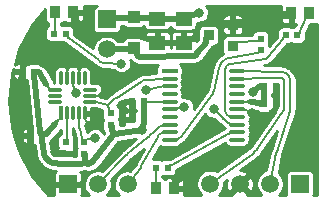
<source format=gbr>
G04 #@! TF.FileFunction,Copper,L1,Top,Signal*
%FSLAX46Y46*%
G04 Gerber Fmt 4.6, Leading zero omitted, Abs format (unit mm)*
G04 Created by KiCad (PCBNEW 4.0.0-rc1-stable) date 20.11.2015 2:50:06*
%MOMM*%
G01*
G04 APERTURE LIST*
%ADD10C,0.100000*%
%ADD11R,0.600000X0.600000*%
%ADD12R,1.397000X1.143000*%
%ADD13R,0.889000X1.016000*%
%ADD14R,1.000760X1.000760*%
%ADD15R,0.299720X1.198880*%
%ADD16O,0.299720X1.198880*%
%ADD17O,1.198880X0.299720*%
%ADD18R,0.914400X0.914400*%
%ADD19R,1.500000X1.500000*%
%ADD20C,1.500000*%
%ADD21O,1.350000X0.400000*%
%ADD22R,1.350000X0.400000*%
%ADD23C,0.800000*%
%ADD24C,0.500000*%
%ADD25C,0.200000*%
%ADD26C,0.254000*%
G04 APERTURE END LIST*
D10*
D11*
X126966000Y-85178800D03*
X125966000Y-85178800D03*
X127694000Y-90624300D03*
X126694000Y-90624300D03*
X129656000Y-91130600D03*
X129656000Y-92130600D03*
X136322700Y-89208600D03*
X135322700Y-89208600D03*
X136306600Y-87683000D03*
X135306600Y-87683000D03*
X146486000Y-86382200D03*
X147486000Y-86382200D03*
X146482900Y-87928900D03*
X147482900Y-87928900D03*
D12*
X139671000Y-80697900D03*
X139671000Y-82729900D03*
X137419000Y-80689700D03*
X137419000Y-82721700D03*
D13*
X150267500Y-80245200D03*
X148743500Y-80245200D03*
D14*
X135430000Y-80573520D03*
X135430000Y-83174480D03*
D13*
X137315200Y-95055300D03*
X138839200Y-95055300D03*
X128782000Y-80165500D03*
X130306000Y-80165500D03*
D15*
X129257240Y-88711940D03*
D16*
X129757620Y-88711940D03*
X130258000Y-88711940D03*
X130758380Y-88711940D03*
X131258760Y-88711940D03*
D17*
X131759140Y-87711180D03*
X131759140Y-87210800D03*
X131759140Y-86710420D03*
D16*
X131258760Y-85709660D03*
X130758380Y-85709660D03*
X130258000Y-85709660D03*
X129757620Y-85709660D03*
X129257240Y-85709660D03*
D17*
X128756860Y-86710420D03*
X128756860Y-87210800D03*
X128756860Y-87711180D03*
D18*
X143806000Y-81221800D03*
X143806000Y-82999800D03*
X141774000Y-82110800D03*
D11*
X131253000Y-91124300D03*
X131253000Y-92124300D03*
X133498600Y-88708400D03*
X133498600Y-89708400D03*
X148278500Y-82086300D03*
X149278500Y-82086300D03*
X146171100Y-82389300D03*
X146171100Y-83389300D03*
X137297200Y-93297600D03*
X138297200Y-93297600D03*
X128669000Y-81963300D03*
X129669000Y-81963300D03*
D19*
X133141000Y-80761400D03*
D20*
X133141000Y-83301400D03*
D19*
X149495000Y-94670500D03*
D20*
X146955000Y-94670500D03*
X144415000Y-94670500D03*
X141875000Y-94670500D03*
D19*
X129841600Y-94705600D03*
D20*
X132381600Y-94705600D03*
X134921600Y-94705600D03*
D21*
X144202000Y-87711000D03*
X144202000Y-87061000D03*
X144202000Y-86411000D03*
X144202000Y-85761000D03*
X144202000Y-85111000D03*
X144202000Y-88361000D03*
X144202000Y-89011000D03*
X144202000Y-89661000D03*
X144202000Y-90311000D03*
X144202000Y-90961000D03*
X138452000Y-87711000D03*
X138452000Y-87061000D03*
X138452000Y-86411000D03*
X138452000Y-85761000D03*
D22*
X138452000Y-85111000D03*
D21*
X138452000Y-88361000D03*
X138452000Y-89011000D03*
X138452000Y-89661000D03*
X138452000Y-90311000D03*
X138452000Y-90961000D03*
D23*
X140960500Y-80230600D03*
X136147800Y-90095600D03*
X145490200Y-86900600D03*
X125258200Y-87023300D03*
X131613600Y-89822200D03*
X128769000Y-91955500D03*
X130668100Y-84515700D03*
X131620800Y-82218800D03*
X134399400Y-82077100D03*
X145086400Y-80909600D03*
X132903700Y-85933500D03*
X126431600Y-82903800D03*
X129236200Y-83335700D03*
X134408500Y-88043600D03*
X140802100Y-93477900D03*
X145406300Y-88682700D03*
X141413600Y-86673800D03*
X139766400Y-86736000D03*
X146351400Y-92631200D03*
X150379800Y-91967400D03*
X148502900Y-84208100D03*
X134357600Y-91578300D03*
X126529600Y-91761400D03*
X127788500Y-94485200D03*
X135364700Y-92814300D03*
X137905400Y-92013200D03*
X141132700Y-90731400D03*
X148274000Y-92265000D03*
X141224300Y-85238100D03*
X132151600Y-90781800D03*
X136481700Y-86694100D03*
X142185800Y-88355000D03*
X134371700Y-84500300D03*
X130495200Y-86967400D03*
X139703200Y-88166800D03*
D24*
X127016000Y-85228800D02*
X126966000Y-85178800D01*
X127016000Y-85478800D02*
X127016000Y-85228800D01*
X127016700Y-85498400D02*
X127017400Y-85504800D01*
X127016000Y-85485300D02*
X127016700Y-85498400D01*
X127016000Y-85478800D02*
X127016000Y-85485300D01*
X127516100Y-90269600D02*
X127017400Y-85504800D01*
X127517600Y-90283100D02*
X127516100Y-90269600D01*
X127519000Y-90310600D02*
X127517600Y-90283100D01*
X127519000Y-90324300D02*
X127519000Y-90310600D01*
X127519000Y-90390600D02*
X127519000Y-90324300D01*
X128089400Y-90405000D02*
X128766100Y-89604800D01*
X128070800Y-90427100D02*
X128089400Y-90405000D01*
X128017800Y-90450400D02*
X128070800Y-90427100D01*
X127988700Y-90449200D02*
X128017800Y-90450400D01*
X127702000Y-90437000D02*
X127988700Y-90449200D01*
X127691200Y-90436800D02*
X127687500Y-90436900D01*
X127698400Y-90436800D02*
X127691200Y-90436800D01*
X127702000Y-90437000D02*
X127698400Y-90436800D01*
X127649400Y-90438200D02*
X127687500Y-90436900D01*
X127635700Y-90438700D02*
X127649400Y-90438200D01*
X127609100Y-90433200D02*
X127635700Y-90438700D01*
X127596800Y-90427400D02*
X127609100Y-90433200D01*
X127519000Y-90390600D02*
X127596800Y-90427400D01*
X146436000Y-86432200D02*
X146486000Y-86382200D01*
X146186000Y-86432200D02*
X146436000Y-86432200D01*
X146066700Y-86458700D02*
X146033900Y-86483800D01*
X146144600Y-86432200D02*
X146066700Y-86458700D01*
X146186000Y-86432200D02*
X146144600Y-86432200D01*
X145490200Y-86900600D02*
X146033900Y-86483800D01*
X127644000Y-90674300D02*
X127694000Y-90624300D01*
X127644000Y-90924300D02*
X127644000Y-90674300D01*
X127646300Y-90966400D02*
X127648500Y-90980300D01*
X127644000Y-90938400D02*
X127646300Y-90966400D01*
X127644000Y-90924300D02*
X127644000Y-90938400D01*
X127831100Y-92107500D02*
X127648500Y-90980300D01*
X128500500Y-92879900D02*
X128653200Y-92898500D01*
X128221100Y-92746900D02*
X128500500Y-92879900D01*
X127999300Y-92533500D02*
X128221100Y-92746900D01*
X127855700Y-92259400D02*
X127999300Y-92533500D01*
X127831100Y-92107500D02*
X127855700Y-92259400D01*
X129288900Y-92976600D02*
X128653200Y-92898500D01*
X129339600Y-92980700D02*
X129356000Y-92980700D01*
X129306100Y-92978700D02*
X129339600Y-92980700D01*
X129288900Y-92976600D02*
X129306100Y-92978700D01*
X129956000Y-92980700D02*
X129356000Y-92980700D01*
X129959500Y-92980700D02*
X129956000Y-92980700D01*
X130956500Y-92974400D02*
X129959500Y-92980700D01*
X131168600Y-92935500D02*
X131230600Y-92899200D01*
X131028900Y-92973900D02*
X131168600Y-92935500D01*
X130956500Y-92974400D02*
X131028900Y-92973900D01*
X131256300Y-92884200D02*
X131230600Y-92899200D01*
X131989900Y-92754000D02*
X133711800Y-90472300D01*
X131927200Y-92836900D02*
X131989900Y-92754000D01*
X131750900Y-92945000D02*
X131927200Y-92836900D01*
X131547300Y-92981300D02*
X131750900Y-92945000D01*
X131344400Y-92940800D02*
X131547300Y-92981300D01*
X131257400Y-92884900D02*
X131344400Y-92940800D01*
X131256300Y-92884200D02*
X131257400Y-92884900D01*
X133876200Y-90474000D02*
X136147800Y-90095600D01*
X133835000Y-90480900D02*
X133876200Y-90474000D01*
X133752400Y-90480000D02*
X133835000Y-90480900D01*
X133711800Y-90472400D02*
X133752400Y-90480000D01*
X133711800Y-90472300D02*
X133711800Y-90472400D01*
X133548600Y-89758400D02*
X133498600Y-89708400D01*
X133548600Y-90008400D02*
X133548600Y-89758400D01*
X133557200Y-90077600D02*
X133565800Y-90099600D01*
X133548600Y-90031600D02*
X133557200Y-90077600D01*
X133548600Y-90008400D02*
X133548600Y-90031600D01*
X133711800Y-90472300D02*
X133565800Y-90099600D01*
D25*
X137977000Y-87711000D02*
X138452000Y-87711000D01*
X136606600Y-87711000D02*
X137977000Y-87711000D01*
X136506600Y-87711000D02*
X136606600Y-87711000D01*
X136306600Y-87683000D02*
X136506600Y-87711000D01*
D24*
X136314600Y-87733000D02*
X136306600Y-87683000D01*
X136314600Y-87983000D02*
X136314600Y-87733000D01*
X136314600Y-88908600D02*
X136314600Y-87983000D01*
X136314600Y-89158600D02*
X136314600Y-88908600D01*
X136322700Y-89208600D02*
X136314600Y-89158600D01*
X136272700Y-89258600D02*
X136322700Y-89208600D01*
X136272700Y-89508600D02*
X136272700Y-89258600D01*
X136272700Y-89522500D02*
X136272700Y-89508600D01*
X136269700Y-89549900D02*
X136272700Y-89522500D01*
X136266700Y-89563100D02*
X136269700Y-89549900D01*
X136147800Y-90095600D02*
X136266700Y-89563100D01*
D25*
X144677000Y-87711000D02*
X145326600Y-87735900D01*
X144202000Y-87711000D02*
X144677000Y-87711000D01*
D24*
X145326600Y-87736000D02*
X145326600Y-87735900D01*
X145326600Y-87736000D02*
X145346800Y-87739600D01*
X146140800Y-87875300D02*
X145346800Y-87739600D01*
X146172400Y-87878900D02*
X146182900Y-87878900D01*
X146151100Y-87877100D02*
X146172400Y-87878900D01*
X146140800Y-87875300D02*
X146151100Y-87877100D01*
X146432900Y-87878900D02*
X146182900Y-87878900D01*
X146482900Y-87928900D02*
X146432900Y-87878900D01*
X146484400Y-87878900D02*
X146482900Y-87928900D01*
X146484400Y-87628900D02*
X146484400Y-87878900D01*
X146484400Y-86682200D02*
X146484400Y-87628900D01*
X146484400Y-86432200D02*
X146484400Y-86682200D01*
X146486000Y-86382200D02*
X146484400Y-86432200D01*
X137867500Y-80693800D02*
X137419000Y-80689700D01*
X138117500Y-80693800D02*
X137867500Y-80693800D01*
X138972500Y-80693800D02*
X138117500Y-80693800D01*
X139222500Y-80693800D02*
X138972500Y-80693800D01*
X139671000Y-80697900D02*
X139222500Y-80693800D01*
X135680400Y-80631600D02*
X135430000Y-80573500D01*
X135930400Y-80631600D02*
X135680400Y-80631600D01*
X136720500Y-80631600D02*
X135930400Y-80631600D01*
X136970500Y-80631600D02*
X136720500Y-80631600D01*
X137419000Y-80689700D02*
X136970500Y-80631600D01*
X133641000Y-80667400D02*
X133141000Y-80761400D01*
X133891000Y-80667400D02*
X133641000Y-80667400D01*
X134929600Y-80667400D02*
X133891000Y-80667400D01*
X135179600Y-80667400D02*
X134929600Y-80667400D01*
X135430000Y-80573500D02*
X135179600Y-80667400D01*
X131256300Y-92424300D02*
X131256300Y-92884200D01*
X131256300Y-92174300D02*
X131256300Y-92424300D01*
X131253000Y-92124300D02*
X131256300Y-92174300D01*
X127694000Y-90624300D02*
X127519000Y-90390600D01*
D25*
X129026900Y-89251900D02*
X128766100Y-89604800D01*
X129041000Y-89232800D02*
X129026900Y-89251900D01*
X129083500Y-89211300D02*
X129041000Y-89232800D01*
X129107300Y-89211300D02*
X129083500Y-89211300D01*
X129207300Y-89211300D02*
X129107300Y-89211300D01*
X129257200Y-88711900D02*
X129207300Y-89211300D01*
D24*
X127479600Y-85348900D02*
X127995700Y-86197800D01*
X127331600Y-85228800D02*
X127266000Y-85228800D01*
X127445500Y-85292900D02*
X127331600Y-85228800D01*
X127479600Y-85348900D02*
X127445500Y-85292900D01*
X127016000Y-85228800D02*
X127266000Y-85228800D01*
X126966000Y-85178800D02*
X127016000Y-85228800D01*
D25*
X128307300Y-86710400D02*
X128756900Y-86710400D01*
X127995700Y-86197800D02*
X128307300Y-86710400D01*
D24*
X140432600Y-80368300D02*
X140960500Y-80230600D01*
X140417300Y-80372300D02*
X140432600Y-80368300D01*
X140385700Y-80376400D02*
X140417300Y-80372300D01*
X140369500Y-80376400D02*
X140385700Y-80376400D01*
X140119500Y-80376400D02*
X140369500Y-80376400D01*
X139671000Y-80697900D02*
X140119500Y-80376400D01*
D25*
X144966900Y-87722100D02*
X145269400Y-87597300D01*
X144966900Y-87722100D02*
X145259000Y-87869700D01*
X128980100Y-89315300D02*
X128913000Y-89635600D01*
X128980100Y-89315300D02*
X128693600Y-89473400D01*
X128182700Y-86505400D02*
X127911700Y-86322000D01*
X128182700Y-86505400D02*
X128144700Y-86180400D01*
D24*
X141224300Y-85238100D02*
X141413600Y-86673800D01*
X148113800Y-84368300D02*
X148502900Y-84208100D01*
X149510000Y-84894800D02*
X148113800Y-84368300D01*
X150379800Y-91967400D02*
X149510000Y-84894800D01*
X150379800Y-91967400D02*
X148274000Y-92265000D01*
X126529600Y-91761400D02*
X127788500Y-94485200D01*
X126644000Y-90924300D02*
X126529600Y-91761400D01*
X126644000Y-90674300D02*
X126644000Y-90924300D01*
X126694000Y-90624300D02*
X126644000Y-90674300D01*
X145406300Y-88682700D02*
X146074800Y-89170000D01*
X141413600Y-86673800D02*
X139766400Y-86736000D01*
D25*
X144924700Y-88464400D02*
X145406300Y-88682700D01*
X144924700Y-88464400D02*
X144907600Y-88457000D01*
X144677000Y-88361000D02*
X144907600Y-88457000D01*
X144202000Y-88361000D02*
X144677000Y-88361000D01*
D24*
X144978100Y-91648000D02*
X140802100Y-93477900D01*
X145336600Y-91351600D02*
X145387500Y-91201400D01*
X145122900Y-91584600D02*
X145336600Y-91351600D01*
X144978100Y-91648000D02*
X145122900Y-91584600D01*
X146074800Y-89170000D02*
X145387500Y-91201400D01*
X147432900Y-87978900D02*
X147482900Y-87928900D01*
X147432900Y-88228900D02*
X147432900Y-87978900D01*
X147432900Y-88274700D02*
X147432900Y-88228900D01*
X147400600Y-88360100D02*
X147432900Y-88274700D01*
X147370500Y-88394200D02*
X147400600Y-88360100D01*
X147195600Y-88592600D02*
X147370500Y-88394200D01*
X147158600Y-88634700D02*
X147195600Y-88592600D01*
X147068500Y-88702500D02*
X147158600Y-88634700D01*
X147017100Y-88726700D02*
X147068500Y-88702500D01*
X146074800Y-89170000D02*
X147017100Y-88726700D01*
X147484400Y-87878900D02*
X147482900Y-87928900D01*
X147484400Y-87628900D02*
X147484400Y-87878900D01*
X147484400Y-86682200D02*
X147484400Y-87628900D01*
X147484400Y-86432200D02*
X147484400Y-86682200D01*
X147486000Y-86382200D02*
X147484400Y-86432200D01*
X139168600Y-94325400D02*
X140802100Y-93477900D01*
X139033800Y-94477100D02*
X139033700Y-94547300D01*
X139106600Y-94357500D02*
X139033800Y-94477100D01*
X139168600Y-94325400D02*
X139106600Y-94357500D01*
X139033700Y-94797300D02*
X139033700Y-94547300D01*
X138839200Y-95055300D02*
X139033700Y-94797300D01*
X135256600Y-87733000D02*
X135306600Y-87683000D01*
X135006600Y-87733000D02*
X135256600Y-87733000D01*
X134908900Y-87750500D02*
X134880200Y-87767300D01*
X134973200Y-87733000D02*
X134908900Y-87750500D01*
X135006600Y-87733000D02*
X134973200Y-87733000D01*
X134408500Y-88043600D02*
X134880200Y-87767300D01*
X135314600Y-89158600D02*
X135322700Y-89208600D01*
X135314600Y-88908600D02*
X135314600Y-89158600D01*
X135314600Y-87983000D02*
X135314600Y-88908600D01*
X135314600Y-87733000D02*
X135314600Y-87983000D01*
X135306600Y-87683000D02*
X135314600Y-87733000D01*
X148549000Y-80503200D02*
X148743500Y-80245200D01*
X148299000Y-80503200D02*
X148549000Y-80503200D01*
X148275500Y-80504200D02*
X148267500Y-80505200D01*
X148291100Y-80503200D02*
X148275500Y-80504200D01*
X148299000Y-80503200D02*
X148291100Y-80503200D01*
X145086400Y-80909600D02*
X148267500Y-80505200D01*
X126016000Y-85228800D02*
X125966000Y-85178800D01*
X126016000Y-85478800D02*
X126016000Y-85228800D01*
X125258200Y-87023300D02*
X126016000Y-85478800D01*
X126644000Y-90574300D02*
X126694000Y-90624300D01*
X126644000Y-90324300D02*
X126644000Y-90574300D01*
X126633900Y-90249600D02*
X126624000Y-90226200D01*
X126644000Y-90298900D02*
X126633900Y-90249600D01*
X126644000Y-90324300D02*
X126644000Y-90298900D01*
X125258200Y-87023300D02*
X126624000Y-90226200D01*
X126655700Y-84328800D02*
X126431600Y-82903800D01*
X126329500Y-84428500D02*
X126253300Y-84515100D01*
X126539800Y-84331000D02*
X126329500Y-84428500D01*
X126655700Y-84328800D02*
X126539800Y-84331000D01*
X126078400Y-84713500D02*
X126253300Y-84515100D01*
X126016000Y-84833000D02*
X126016000Y-84878800D01*
X126048300Y-84747600D02*
X126016000Y-84833000D01*
X126078400Y-84713500D02*
X126048300Y-84747600D01*
X126016000Y-85128800D02*
X126016000Y-84878800D01*
X125966000Y-85178800D02*
X126016000Y-85128800D01*
D25*
X129757600Y-85260100D02*
X129757600Y-85709700D01*
X129757600Y-85114500D02*
X129757600Y-85260100D01*
X129914200Y-84868500D02*
X129757600Y-85114500D01*
X130045900Y-84806900D02*
X129914200Y-84868500D01*
X130668100Y-84515700D02*
X130045900Y-84806900D01*
X130758400Y-85260100D02*
X130758400Y-85709700D01*
X130756400Y-85213000D02*
X130754400Y-85197200D01*
X130758400Y-85244400D02*
X130756400Y-85213000D01*
X130758400Y-85260100D02*
X130758400Y-85244400D01*
X130668100Y-84515700D02*
X130754400Y-85197200D01*
D24*
X131757600Y-84769100D02*
X132903700Y-85933500D01*
X131436300Y-84571200D02*
X131309200Y-84562000D01*
X131668400Y-84678400D02*
X131436300Y-84571200D01*
X131757600Y-84769100D02*
X131668400Y-84678400D01*
X130668100Y-84515700D02*
X131309200Y-84562000D01*
D25*
X131258800Y-89161500D02*
X131258800Y-88711900D01*
X131613600Y-89822200D02*
X131258800Y-89161500D01*
X132696000Y-86824000D02*
X132903700Y-85933500D01*
X132656600Y-86993600D02*
X132696000Y-86824000D01*
X132383000Y-87210900D02*
X132656600Y-86993600D01*
X132208700Y-87210800D02*
X132383000Y-87210900D01*
X131759100Y-87210800D02*
X132208700Y-87210800D01*
D24*
X129606000Y-92080600D02*
X129656000Y-92130600D01*
X129356000Y-92080600D02*
X129606000Y-92080600D01*
X129342400Y-92080600D02*
X129356000Y-92080600D01*
X129315000Y-92077600D02*
X129342400Y-92080600D01*
X129301400Y-92074600D02*
X129315000Y-92077600D01*
X128769000Y-91955500D02*
X129301400Y-92074600D01*
X139222500Y-82725800D02*
X139671000Y-82729900D01*
X138972500Y-82725800D02*
X139222500Y-82725800D01*
X138117500Y-82725800D02*
X138972500Y-82725800D01*
X137867500Y-82725800D02*
X138117500Y-82725800D01*
X137419000Y-82721700D02*
X137867500Y-82725800D01*
X130500500Y-80423500D02*
X130306000Y-80165500D01*
X130500500Y-80673500D02*
X130500500Y-80423500D01*
X130527000Y-80792800D02*
X130552100Y-80825700D01*
X130500500Y-80714900D02*
X130527000Y-80792800D01*
X130500500Y-80673500D02*
X130500500Y-80714900D01*
X131620800Y-82218800D02*
X130552100Y-80825700D01*
X136970500Y-82400200D02*
X137419000Y-82721700D01*
X136720500Y-82400200D02*
X136970500Y-82400200D01*
X136702300Y-82400200D02*
X136720500Y-82400200D01*
X136666400Y-82395000D02*
X136702300Y-82400200D01*
X136648800Y-82389700D02*
X136666400Y-82395000D01*
X135838100Y-82147100D02*
X136648800Y-82389700D01*
X135735700Y-82125700D02*
X135700400Y-82124400D01*
X135805000Y-82137200D02*
X135735700Y-82125700D01*
X135838100Y-82147100D02*
X135805000Y-82137200D01*
X134399400Y-82077100D02*
X135700400Y-82124400D01*
X143598800Y-81103500D02*
X143806000Y-81221800D01*
X143348800Y-81103500D02*
X143598800Y-81103500D01*
X141566800Y-81103500D02*
X143348800Y-81103500D01*
X141502600Y-81106800D02*
X141481000Y-81110200D01*
X141545700Y-81103500D02*
X141502600Y-81106800D01*
X141566800Y-81103500D02*
X141545700Y-81103500D01*
X141237100Y-81148800D02*
X141481000Y-81110200D01*
X140869900Y-81365300D02*
X140827500Y-81506000D01*
X141091400Y-81171900D02*
X140869900Y-81365300D01*
X141237100Y-81148800D02*
X141091400Y-81171900D01*
X140608800Y-82230600D02*
X140827500Y-81506000D01*
X140584900Y-82309800D02*
X140608800Y-82230600D01*
X140452200Y-82408400D02*
X140584900Y-82309800D01*
X140369500Y-82408400D02*
X140452200Y-82408400D01*
X140119500Y-82408400D02*
X140369500Y-82408400D01*
X139671000Y-82729900D02*
X140119500Y-82408400D01*
X144295500Y-81012500D02*
X145086400Y-80909600D01*
X144287600Y-81013500D02*
X144295500Y-81012500D01*
X144271500Y-81014600D02*
X144287600Y-81013500D01*
X144263200Y-81014600D02*
X144271500Y-81014600D01*
X144013200Y-81014600D02*
X144263200Y-81014600D01*
X143806000Y-81221800D02*
X144013200Y-81014600D01*
X130377900Y-84412400D02*
X130275100Y-84410400D01*
X130578000Y-84466000D02*
X130377900Y-84412400D01*
X130668100Y-84515700D02*
X130578000Y-84466000D01*
X129236200Y-83335700D02*
X130275100Y-84410400D01*
X129236200Y-83335700D02*
X126431600Y-82903800D01*
D25*
X129770700Y-90930600D02*
X129656000Y-91130600D01*
X129770700Y-90830600D02*
X129770700Y-90930600D01*
X129770700Y-89311300D02*
X129770700Y-90830600D01*
X129767900Y-89263800D02*
X129765200Y-89248300D01*
X129770700Y-89295400D02*
X129767900Y-89263800D01*
X129770700Y-89311300D02*
X129770700Y-89295400D01*
X129761400Y-89226900D02*
X129765200Y-89248300D01*
X129757600Y-89183300D02*
X129761400Y-89226900D01*
X129757600Y-89161500D02*
X129757600Y-89183300D01*
X129757600Y-88711900D02*
X129757600Y-89161500D01*
X137977000Y-86411000D02*
X138452000Y-86411000D01*
X136481700Y-86694100D02*
X137977000Y-86411000D01*
X131053000Y-90924300D02*
X131253000Y-91124300D01*
X131053000Y-90824300D02*
X131053000Y-90924300D01*
X131051200Y-90804500D02*
X131049500Y-90798100D01*
X131053000Y-90817700D02*
X131051200Y-90804500D01*
X131053000Y-90824300D02*
X131053000Y-90817700D01*
X130841500Y-90031900D02*
X131049500Y-90798100D01*
X130831900Y-89996700D02*
X130841500Y-90031900D01*
X130819100Y-89923700D02*
X130831900Y-89996700D01*
X130816200Y-89887500D02*
X130819100Y-89923700D01*
X130760100Y-89202300D02*
X130816200Y-89887500D01*
X130759200Y-89192100D02*
X130760100Y-89202300D01*
X130758400Y-89172000D02*
X130759200Y-89192100D01*
X130758400Y-89161500D02*
X130758400Y-89172000D01*
X130758400Y-88711900D02*
X130758400Y-89161500D01*
X131576600Y-90921500D02*
X132151600Y-90781800D01*
X131570700Y-90922900D02*
X131576600Y-90921500D01*
X131558900Y-90924300D02*
X131570700Y-90922900D01*
X131553000Y-90924300D02*
X131558900Y-90924300D01*
X131453000Y-90924300D02*
X131553000Y-90924300D01*
X131253000Y-91124300D02*
X131453000Y-90924300D01*
X133296300Y-88386900D02*
X133219600Y-88038600D01*
X133297400Y-88392200D02*
X133296300Y-88386900D01*
X133298600Y-88403000D02*
X133297400Y-88392200D01*
X133298600Y-88408400D02*
X133298600Y-88403000D01*
X133298600Y-88508400D02*
X133298600Y-88408400D01*
X133498600Y-88708400D02*
X133298600Y-88508400D01*
X137977000Y-85761000D02*
X138452000Y-85761000D01*
X136412400Y-85897000D02*
X137977000Y-85761000D01*
X136127400Y-85970000D02*
X136045200Y-86023500D01*
X136314500Y-85905500D02*
X136127400Y-85970000D01*
X136412400Y-85897000D02*
X136314500Y-85905500D01*
X133972000Y-87373000D02*
X136045200Y-86023500D01*
X133896300Y-87428000D02*
X133872600Y-87449500D01*
X133946200Y-87389700D02*
X133896300Y-87428000D01*
X133972000Y-87373000D02*
X133946200Y-87389700D01*
X133219600Y-88038600D02*
X133872600Y-87449500D01*
X132208700Y-87711200D02*
X133219600Y-88038600D01*
X131759100Y-87711200D02*
X132208700Y-87711200D01*
X148078500Y-82286300D02*
X148278500Y-82086300D01*
X148078500Y-82386300D02*
X148078500Y-82286300D01*
X148078400Y-82404100D02*
X148078500Y-82386300D01*
X148066100Y-82437700D02*
X148078400Y-82404100D01*
X148054500Y-82451200D02*
X148066100Y-82437700D01*
X146775400Y-83949100D02*
X148054500Y-82451200D01*
X146728700Y-84003900D02*
X146775400Y-83949100D01*
X146602200Y-84074200D02*
X146728700Y-84003900D01*
X146530300Y-84085000D02*
X146602200Y-84074200D01*
X143638200Y-84517500D02*
X146530300Y-84085000D01*
X143126900Y-85003100D02*
X143126900Y-85111000D01*
X143202100Y-84800700D02*
X143126900Y-85003100D01*
X143342400Y-84637900D02*
X143202100Y-84800700D01*
X143531400Y-84533500D02*
X143342400Y-84637900D01*
X143638200Y-84517500D02*
X143531400Y-84533500D01*
X143126900Y-88361000D02*
X143126900Y-85111000D01*
X143329000Y-88845500D02*
X143496400Y-88915000D01*
X143127100Y-88543300D02*
X143329000Y-88845500D01*
X143126900Y-88361000D02*
X143127100Y-88543300D01*
X143727000Y-89011000D02*
X143496400Y-88915000D01*
X144202000Y-89011000D02*
X143727000Y-89011000D01*
X149923000Y-80653200D02*
X150267500Y-80245200D01*
X149923000Y-80753200D02*
X149923000Y-80653200D01*
X149923000Y-80763700D02*
X149923000Y-80753200D01*
X149918600Y-80784500D02*
X149923000Y-80763700D01*
X149914200Y-80794200D02*
X149918600Y-80784500D01*
X149487300Y-81745300D02*
X149914200Y-80794200D01*
X149478500Y-81775800D02*
X149478500Y-81786300D01*
X149482900Y-81755000D02*
X149478500Y-81775800D01*
X149487300Y-81745300D02*
X149482900Y-81755000D01*
X149478500Y-81886300D02*
X149478500Y-81786300D01*
X149278500Y-82086300D02*
X149478500Y-81886300D01*
X145971100Y-82589300D02*
X146171100Y-82389300D01*
X145871100Y-82589300D02*
X145971100Y-82589300D01*
X145867800Y-82589400D02*
X145871100Y-82589300D01*
X144266500Y-82642500D02*
X145867800Y-82589400D01*
X144263200Y-82642600D02*
X144266500Y-82642500D01*
X144163200Y-82642600D02*
X144263200Y-82642600D01*
X143806000Y-82999800D02*
X144163200Y-82642600D01*
X145971100Y-83589300D02*
X146171100Y-83389300D01*
X145871100Y-83589300D02*
X145971100Y-83589300D01*
X145857200Y-83590200D02*
X145852600Y-83591000D01*
X145866400Y-83589300D02*
X145857200Y-83590200D01*
X145871100Y-83589300D02*
X145866400Y-83589300D01*
X143523300Y-84029800D02*
X145852600Y-83591000D01*
X142691300Y-84706600D02*
X142655300Y-84862300D01*
X142850000Y-84427600D02*
X142691300Y-84706600D01*
X143081800Y-84205500D02*
X142850000Y-84427600D01*
X143365600Y-84059600D02*
X143081800Y-84205500D01*
X143523300Y-84029800D02*
X143365600Y-84059600D01*
X142193000Y-86854600D02*
X142655300Y-84862300D01*
X142174000Y-86936500D02*
X142193000Y-86854600D01*
X142103400Y-87087700D02*
X142174000Y-86936500D01*
X142052900Y-87154900D02*
X142103400Y-87087700D01*
X139406500Y-90671800D02*
X142052900Y-87154900D01*
X139358100Y-90736100D02*
X139406500Y-90671800D01*
X139231500Y-90834200D02*
X139358100Y-90736100D01*
X139157600Y-90865000D02*
X139231500Y-90834200D01*
X138927000Y-90961000D02*
X139157600Y-90865000D01*
X138452000Y-90961000D02*
X138927000Y-90961000D01*
X137306200Y-93497600D02*
X137297200Y-93297600D01*
X137306200Y-93597600D02*
X137306200Y-93497600D01*
X137306200Y-94547300D02*
X137306200Y-93597600D01*
X137306200Y-94647300D02*
X137306200Y-94547300D01*
X137315200Y-95055300D02*
X137306200Y-94647300D01*
X143727000Y-90311000D02*
X144202000Y-90311000D01*
X143496400Y-90407000D02*
X143727000Y-90311000D01*
X143450700Y-90428000D02*
X143436600Y-90435800D01*
X143480900Y-90413400D02*
X143450700Y-90428000D01*
X143496400Y-90407000D02*
X143480900Y-90413400D01*
X138645600Y-93085100D02*
X143436600Y-90435800D01*
X138634500Y-93091300D02*
X138645600Y-93085100D01*
X138609800Y-93097600D02*
X138634500Y-93091300D01*
X138597200Y-93097600D02*
X138609800Y-93097600D01*
X138497200Y-93097600D02*
X138597200Y-93097600D01*
X138297200Y-93297600D02*
X138497200Y-93097600D01*
X128725500Y-80573500D02*
X128782000Y-80165500D01*
X128725500Y-80673500D02*
X128725500Y-80573500D01*
X128725500Y-81663300D02*
X128725500Y-80673500D01*
X128725500Y-81763300D02*
X128725500Y-81663300D01*
X128669000Y-81963300D02*
X128725500Y-81763300D01*
X129869000Y-82163300D02*
X129669000Y-81963300D01*
X129869000Y-82263300D02*
X129869000Y-82163300D01*
X129890500Y-82329600D02*
X129909600Y-82343700D01*
X129869000Y-82287100D02*
X129890500Y-82329600D01*
X129869000Y-82263300D02*
X129869000Y-82287100D01*
X132457500Y-84226400D02*
X129909600Y-82343700D01*
X132923800Y-84444000D02*
X133096200Y-84450600D01*
X132597500Y-84329700D02*
X132923800Y-84444000D01*
X132457500Y-84226400D02*
X132597500Y-84329700D01*
X134371700Y-84500300D02*
X133096200Y-84450600D01*
X142938600Y-89128400D02*
X142185800Y-88355000D01*
X143002400Y-89189400D02*
X143024200Y-89207500D01*
X142958700Y-89149100D02*
X143002400Y-89189400D01*
X142938600Y-89128400D02*
X142958700Y-89149100D01*
X143343700Y-89472700D02*
X143024200Y-89207500D01*
X143454800Y-89547600D02*
X143496400Y-89565000D01*
X143378400Y-89501500D02*
X143454800Y-89547600D01*
X143343700Y-89472700D02*
X143378400Y-89501500D01*
X143727000Y-89661000D02*
X143496400Y-89565000D01*
X144202000Y-89661000D02*
X143727000Y-89661000D01*
X138927000Y-88361000D02*
X138452000Y-88361000D01*
X139703200Y-88166800D02*
X138927000Y-88361000D01*
X130258000Y-86159300D02*
X130258000Y-85709700D01*
X130270300Y-86276500D02*
X130282600Y-86314200D01*
X130258000Y-86198700D02*
X130270300Y-86276500D01*
X130258000Y-86159300D02*
X130258000Y-86198700D01*
X130495200Y-86967400D02*
X130282600Y-86314200D01*
X134796900Y-92254700D02*
X132381600Y-94705600D01*
X134812000Y-92239400D02*
X134796900Y-92254700D01*
X134843800Y-92210400D02*
X134812000Y-92239400D01*
X134861100Y-92196300D02*
X134843800Y-92210400D01*
X134861200Y-92196300D02*
X134861100Y-92196300D01*
X134865300Y-92192900D02*
X134861200Y-92196300D01*
X136657400Y-90712400D02*
X134865300Y-92192900D01*
X136697300Y-90677400D02*
X136709400Y-90665500D01*
X136671400Y-90700800D02*
X136697300Y-90677400D01*
X136657400Y-90712400D02*
X136671400Y-90700800D01*
X137204800Y-90177300D02*
X136709400Y-90665500D01*
X137220900Y-90161400D02*
X137204800Y-90177300D01*
X137256500Y-90129200D02*
X137220900Y-90161400D01*
X137274200Y-90114500D02*
X137256500Y-90129200D01*
X137593700Y-89849300D02*
X137274200Y-90114500D01*
X137628400Y-89820500D02*
X137593700Y-89849300D01*
X137704800Y-89774400D02*
X137628400Y-89820500D01*
X137746400Y-89757000D02*
X137704800Y-89774400D01*
X137977000Y-89661000D02*
X137746400Y-89757000D01*
X138452000Y-89661000D02*
X137977000Y-89661000D01*
X135999400Y-93301500D02*
X134921600Y-94705600D01*
X136051700Y-93225600D02*
X136066300Y-93198800D01*
X136018100Y-93277100D02*
X136051700Y-93225600D01*
X135999400Y-93301500D02*
X136018100Y-93277100D01*
X137450700Y-90672600D02*
X136066300Y-93198800D01*
X137500000Y-90582900D02*
X137450700Y-90672600D01*
X137651700Y-90446500D02*
X137500000Y-90582900D01*
X137746400Y-90407000D02*
X137651700Y-90446500D01*
X137977000Y-90311000D02*
X137746400Y-90407000D01*
X138452000Y-90311000D02*
X137977000Y-90311000D01*
X145498000Y-92115500D02*
X141875000Y-94670500D01*
X145578800Y-92049400D02*
X145602600Y-92023400D01*
X145526800Y-92095200D02*
X145578800Y-92049400D01*
X145498000Y-92115500D02*
X145526800Y-92095200D01*
X145816200Y-91790300D02*
X145602600Y-92023400D01*
X145859800Y-91738000D02*
X145872700Y-91719200D01*
X145831500Y-91773600D02*
X145859800Y-91738000D01*
X145816200Y-91790300D02*
X145831500Y-91773600D01*
X147896700Y-88773100D02*
X145872700Y-91719200D01*
X147898500Y-88770500D02*
X147896700Y-88773100D01*
X148113800Y-88453800D02*
X147898500Y-88770500D01*
X148182900Y-88289400D02*
X148183000Y-88229700D01*
X148147400Y-88404400D02*
X148182900Y-88289400D01*
X148113800Y-88453800D02*
X148147400Y-88404400D01*
X148186100Y-86683000D02*
X148183000Y-88229700D01*
X148186100Y-86682200D02*
X148186100Y-86683000D01*
X148186100Y-86082200D02*
X148186100Y-86682200D01*
X147865200Y-85682000D02*
X147786000Y-85682100D01*
X148012300Y-85742800D02*
X147865200Y-85682000D01*
X148125000Y-85855300D02*
X148012300Y-85742800D01*
X148186000Y-86002300D02*
X148125000Y-85855300D01*
X148186100Y-86082200D02*
X148186000Y-86002300D01*
X146186000Y-85682100D02*
X147786000Y-85682100D01*
X146186000Y-85682100D02*
X146132800Y-85683500D01*
X144677000Y-85761000D02*
X146132800Y-85683500D01*
X144202000Y-85761000D02*
X144677000Y-85761000D01*
X147490800Y-92101600D02*
X146955000Y-94670500D01*
X147495000Y-92081100D02*
X147490800Y-92101600D01*
X147505700Y-92040600D02*
X147495000Y-92081100D01*
X147512100Y-92020600D02*
X147505700Y-92040600D01*
X148640100Y-88503800D02*
X147512100Y-92020600D01*
X148682900Y-88301000D02*
X148683100Y-88230700D01*
X148661300Y-88437800D02*
X148682900Y-88301000D01*
X148640100Y-88503800D02*
X148661300Y-88437800D01*
X148686200Y-86684000D02*
X148683100Y-88230700D01*
X148686200Y-86682200D02*
X148686200Y-86684000D01*
X148686200Y-86082200D02*
X148686200Y-86682200D01*
X147983000Y-85186300D02*
X147806500Y-85182200D01*
X148306900Y-85327100D02*
X147983000Y-85186300D01*
X148552700Y-85578600D02*
X148306900Y-85327100D01*
X148686200Y-85905600D02*
X148552700Y-85578600D01*
X148686200Y-86082200D02*
X148686200Y-85905600D01*
X144677000Y-85111000D02*
X147806500Y-85182200D01*
X144202000Y-85111000D02*
X144677000Y-85111000D01*
D24*
X135680400Y-83424900D02*
X135430000Y-83174500D01*
X135680400Y-83674900D02*
X135680400Y-83424900D01*
X135826800Y-83924900D02*
X135930400Y-83924900D01*
X135680400Y-83778500D02*
X135826800Y-83924900D01*
X135680400Y-83674900D02*
X135680400Y-83778500D01*
X135938700Y-83924800D02*
X135930400Y-83924900D01*
X140378600Y-83851400D02*
X135938700Y-83924800D01*
X140727900Y-83737000D02*
X140804500Y-83638200D01*
X140503600Y-83849400D02*
X140727900Y-83737000D01*
X140378600Y-83851400D02*
X140503600Y-83849400D01*
X141514500Y-82721000D02*
X140804500Y-83638200D01*
X141566800Y-82609500D02*
X141566800Y-82568000D01*
X141539900Y-82688300D02*
X141566800Y-82609500D01*
X141514500Y-82721000D02*
X141539900Y-82688300D01*
X141566800Y-82318000D02*
X141566800Y-82568000D01*
X141774000Y-82110800D02*
X141566800Y-82318000D01*
X134929600Y-83301400D02*
X133141000Y-83301400D01*
X135179600Y-83301400D02*
X134929600Y-83301400D01*
X135430000Y-83174500D02*
X135179600Y-83301400D01*
D26*
G36*
X150898000Y-95598000D02*
X150630950Y-95598000D01*
X150657079Y-95540035D01*
X150674066Y-95420500D01*
X150674066Y-93920500D01*
X150668644Y-93852502D01*
X150632927Y-93737170D01*
X150566494Y-93636354D01*
X150474605Y-93558037D01*
X150364535Y-93508421D01*
X150245000Y-93491434D01*
X148745000Y-93491434D01*
X148677002Y-93496856D01*
X148561670Y-93532573D01*
X148460854Y-93599006D01*
X148382537Y-93690895D01*
X148332921Y-93800965D01*
X148315934Y-93920500D01*
X148315934Y-95420500D01*
X148321356Y-95488498D01*
X148355268Y-95598000D01*
X147687840Y-95598000D01*
X147850294Y-95443297D01*
X147983347Y-95254683D01*
X148077231Y-95043817D01*
X148128369Y-94818731D01*
X148132050Y-94555089D01*
X148087217Y-94328664D01*
X147999258Y-94115258D01*
X147871523Y-93923002D01*
X147708878Y-93759218D01*
X147686550Y-93744157D01*
X148006698Y-92209201D01*
X148006708Y-92209109D01*
X148007076Y-92207374D01*
X148008301Y-92201393D01*
X148011756Y-92188318D01*
X148014028Y-92181217D01*
X148014029Y-92181214D01*
X149141919Y-88664757D01*
X149141919Y-88664755D01*
X149163051Y-88598969D01*
X149170862Y-88562866D01*
X149180653Y-88527252D01*
X149181851Y-88519992D01*
X149203451Y-88383192D01*
X149205617Y-88346441D01*
X149209826Y-88309857D01*
X149209898Y-88302499D01*
X149210098Y-88232200D01*
X149210095Y-88232171D01*
X149210099Y-88231756D01*
X149213199Y-86685056D01*
X149213193Y-86684995D01*
X149213200Y-86684000D01*
X149213200Y-85905600D01*
X149208623Y-85858925D01*
X149204858Y-85812202D01*
X149203610Y-85807793D01*
X149203163Y-85803238D01*
X149189614Y-85758362D01*
X149176839Y-85713240D01*
X149174106Y-85706409D01*
X149040606Y-85379409D01*
X149018885Y-85338226D01*
X148997940Y-85296659D01*
X148994914Y-85292779D01*
X148992623Y-85288434D01*
X148963329Y-85252268D01*
X148934698Y-85215548D01*
X148929592Y-85210250D01*
X148683792Y-84958750D01*
X148648075Y-84928720D01*
X148612891Y-84898033D01*
X148608734Y-84895643D01*
X148605067Y-84892560D01*
X148564200Y-84870040D01*
X148523724Y-84846770D01*
X148516996Y-84843790D01*
X148193096Y-84702990D01*
X148148667Y-84688645D01*
X148104511Y-84673500D01*
X148099770Y-84672856D01*
X148095219Y-84671387D01*
X148048870Y-84665946D01*
X148002594Y-84659664D01*
X147995239Y-84659442D01*
X147818739Y-84655342D01*
X147818725Y-84655343D01*
X147818487Y-84655336D01*
X146482893Y-84624950D01*
X146608243Y-84606204D01*
X146608266Y-84606198D01*
X146608582Y-84606153D01*
X146680482Y-84595353D01*
X146718450Y-84585786D01*
X146756828Y-84578005D01*
X146768234Y-84573243D01*
X146780218Y-84570223D01*
X146815612Y-84553460D01*
X146851739Y-84538376D01*
X146858196Y-84534847D01*
X146984696Y-84464546D01*
X147016827Y-84442329D01*
X147049975Y-84421646D01*
X147059058Y-84413128D01*
X147069294Y-84406050D01*
X147096495Y-84378018D01*
X147124997Y-84351288D01*
X147129808Y-84345720D01*
X147176509Y-84290920D01*
X148436527Y-82815366D01*
X148578500Y-82815366D01*
X148646498Y-82809944D01*
X148761830Y-82774227D01*
X148779522Y-82762569D01*
X148858965Y-82798379D01*
X148978500Y-82815366D01*
X149578500Y-82815366D01*
X149646498Y-82809944D01*
X149761830Y-82774227D01*
X149862646Y-82707794D01*
X149940963Y-82615905D01*
X149990579Y-82505835D01*
X150007566Y-82386300D01*
X150007566Y-81873152D01*
X150317669Y-81182266D01*
X150712000Y-81182266D01*
X150779998Y-81176844D01*
X150895330Y-81141127D01*
X150898000Y-81139368D01*
X150898000Y-95598000D01*
X150898000Y-95598000D01*
G37*
X150898000Y-95598000D02*
X150630950Y-95598000D01*
X150657079Y-95540035D01*
X150674066Y-95420500D01*
X150674066Y-93920500D01*
X150668644Y-93852502D01*
X150632927Y-93737170D01*
X150566494Y-93636354D01*
X150474605Y-93558037D01*
X150364535Y-93508421D01*
X150245000Y-93491434D01*
X148745000Y-93491434D01*
X148677002Y-93496856D01*
X148561670Y-93532573D01*
X148460854Y-93599006D01*
X148382537Y-93690895D01*
X148332921Y-93800965D01*
X148315934Y-93920500D01*
X148315934Y-95420500D01*
X148321356Y-95488498D01*
X148355268Y-95598000D01*
X147687840Y-95598000D01*
X147850294Y-95443297D01*
X147983347Y-95254683D01*
X148077231Y-95043817D01*
X148128369Y-94818731D01*
X148132050Y-94555089D01*
X148087217Y-94328664D01*
X147999258Y-94115258D01*
X147871523Y-93923002D01*
X147708878Y-93759218D01*
X147686550Y-93744157D01*
X148006698Y-92209201D01*
X148006708Y-92209109D01*
X148007076Y-92207374D01*
X148008301Y-92201393D01*
X148011756Y-92188318D01*
X148014028Y-92181217D01*
X148014029Y-92181214D01*
X149141919Y-88664757D01*
X149141919Y-88664755D01*
X149163051Y-88598969D01*
X149170862Y-88562866D01*
X149180653Y-88527252D01*
X149181851Y-88519992D01*
X149203451Y-88383192D01*
X149205617Y-88346441D01*
X149209826Y-88309857D01*
X149209898Y-88302499D01*
X149210098Y-88232200D01*
X149210095Y-88232171D01*
X149210099Y-88231756D01*
X149213199Y-86685056D01*
X149213193Y-86684995D01*
X149213200Y-86684000D01*
X149213200Y-85905600D01*
X149208623Y-85858925D01*
X149204858Y-85812202D01*
X149203610Y-85807793D01*
X149203163Y-85803238D01*
X149189614Y-85758362D01*
X149176839Y-85713240D01*
X149174106Y-85706409D01*
X149040606Y-85379409D01*
X149018885Y-85338226D01*
X148997940Y-85296659D01*
X148994914Y-85292779D01*
X148992623Y-85288434D01*
X148963329Y-85252268D01*
X148934698Y-85215548D01*
X148929592Y-85210250D01*
X148683792Y-84958750D01*
X148648075Y-84928720D01*
X148612891Y-84898033D01*
X148608734Y-84895643D01*
X148605067Y-84892560D01*
X148564200Y-84870040D01*
X148523724Y-84846770D01*
X148516996Y-84843790D01*
X148193096Y-84702990D01*
X148148667Y-84688645D01*
X148104511Y-84673500D01*
X148099770Y-84672856D01*
X148095219Y-84671387D01*
X148048870Y-84665946D01*
X148002594Y-84659664D01*
X147995239Y-84659442D01*
X147818739Y-84655342D01*
X147818725Y-84655343D01*
X147818487Y-84655336D01*
X146482893Y-84624950D01*
X146608243Y-84606204D01*
X146608266Y-84606198D01*
X146608582Y-84606153D01*
X146680482Y-84595353D01*
X146718450Y-84585786D01*
X146756828Y-84578005D01*
X146768234Y-84573243D01*
X146780218Y-84570223D01*
X146815612Y-84553460D01*
X146851739Y-84538376D01*
X146858196Y-84534847D01*
X146984696Y-84464546D01*
X147016827Y-84442329D01*
X147049975Y-84421646D01*
X147059058Y-84413128D01*
X147069294Y-84406050D01*
X147096495Y-84378018D01*
X147124997Y-84351288D01*
X147129808Y-84345720D01*
X147176509Y-84290920D01*
X148436527Y-82815366D01*
X148578500Y-82815366D01*
X148646498Y-82809944D01*
X148761830Y-82774227D01*
X148779522Y-82762569D01*
X148858965Y-82798379D01*
X148978500Y-82815366D01*
X149578500Y-82815366D01*
X149646498Y-82809944D01*
X149761830Y-82774227D01*
X149862646Y-82707794D01*
X149940963Y-82615905D01*
X149990579Y-82505835D01*
X150007566Y-82386300D01*
X150007566Y-81873152D01*
X150317669Y-81182266D01*
X150712000Y-81182266D01*
X150779998Y-81176844D01*
X150895330Y-81141127D01*
X150898000Y-81139368D01*
X150898000Y-95598000D01*
G36*
X145863343Y-88514697D02*
X145953295Y-88591363D01*
X146063365Y-88640979D01*
X146182900Y-88657966D01*
X146782900Y-88657966D01*
X146850898Y-88652544D01*
X146966230Y-88616827D01*
X146980667Y-88607314D01*
X147058349Y-88639491D01*
X147140844Y-88655900D01*
X147253150Y-88655900D01*
X147359898Y-88549152D01*
X147359898Y-88623782D01*
X145438331Y-91420784D01*
X145438324Y-91420796D01*
X145438160Y-91421032D01*
X145435737Y-91424563D01*
X145430459Y-91431203D01*
X145427657Y-91434261D01*
X145214058Y-91667361D01*
X145214052Y-91667369D01*
X145213871Y-91667564D01*
X145209205Y-91672662D01*
X145199876Y-91680879D01*
X145194382Y-91684751D01*
X145194375Y-91684757D01*
X145194280Y-91684823D01*
X142436446Y-93629693D01*
X142224732Y-93540697D01*
X141998625Y-93494284D01*
X141767809Y-93492673D01*
X141541076Y-93535924D01*
X141327062Y-93622391D01*
X141133919Y-93748781D01*
X140969003Y-93910278D01*
X140838596Y-94100732D01*
X140747666Y-94312889D01*
X140699676Y-94538666D01*
X140696453Y-94769465D01*
X140738121Y-94996495D01*
X140823092Y-95211107D01*
X140948130Y-95405128D01*
X141108472Y-95571168D01*
X141147078Y-95598000D01*
X139710700Y-95598000D01*
X139710700Y-95285050D01*
X139603950Y-95178300D01*
X138962200Y-95178300D01*
X138962200Y-95198300D01*
X138716200Y-95198300D01*
X138716200Y-95178300D01*
X138696200Y-95178300D01*
X138696200Y-94932300D01*
X138716200Y-94932300D01*
X138716200Y-94227050D01*
X138962200Y-94227050D01*
X138962200Y-94932300D01*
X139603950Y-94932300D01*
X139710700Y-94825550D01*
X139710700Y-94505244D01*
X139694291Y-94422749D01*
X139662103Y-94345040D01*
X139615373Y-94275103D01*
X139555897Y-94215628D01*
X139485961Y-94168898D01*
X139408251Y-94136709D01*
X139325756Y-94120300D01*
X139068950Y-94120300D01*
X138962200Y-94227050D01*
X138716200Y-94227050D01*
X138609450Y-94120300D01*
X138352644Y-94120300D01*
X138270149Y-94136709D01*
X138192439Y-94168898D01*
X138122503Y-94215628D01*
X138077837Y-94260293D01*
X137989305Y-94184837D01*
X137879235Y-94135221D01*
X137833200Y-94128679D01*
X137833200Y-93989636D01*
X137877665Y-94009679D01*
X137997200Y-94026666D01*
X138597200Y-94026666D01*
X138665198Y-94021244D01*
X138780530Y-93985527D01*
X138881346Y-93919094D01*
X138959663Y-93827205D01*
X139009279Y-93717135D01*
X139026266Y-93597600D01*
X139026266Y-93476808D01*
X143142742Y-91200503D01*
X143197017Y-91304322D01*
X143273694Y-91399689D01*
X143367434Y-91478346D01*
X143474666Y-91537298D01*
X143591307Y-91574299D01*
X143712914Y-91587939D01*
X143721668Y-91588000D01*
X144682332Y-91588000D01*
X144804117Y-91576059D01*
X144921263Y-91540690D01*
X145029309Y-91483242D01*
X145124138Y-91405901D01*
X145202139Y-91311614D01*
X145260340Y-91203972D01*
X145296526Y-91087076D01*
X145309317Y-90965377D01*
X145298226Y-90843512D01*
X145263676Y-90726122D01*
X145216280Y-90635461D01*
X145260340Y-90553972D01*
X145296526Y-90437076D01*
X145309317Y-90315377D01*
X145298226Y-90193512D01*
X145263676Y-90076122D01*
X145216280Y-89985461D01*
X145260340Y-89903972D01*
X145296526Y-89787076D01*
X145309317Y-89665377D01*
X145298226Y-89543512D01*
X145263676Y-89426122D01*
X145216280Y-89335461D01*
X145260340Y-89253972D01*
X145296526Y-89137076D01*
X145309317Y-89015377D01*
X145298226Y-88893512D01*
X145263676Y-88776122D01*
X145220332Y-88693212D01*
X145266667Y-88607072D01*
X145272710Y-88556598D01*
X145208040Y-88484002D01*
X145304000Y-88484002D01*
X145304000Y-88419101D01*
X145863343Y-88514697D01*
X145863343Y-88514697D01*
G37*
X145863343Y-88514697D02*
X145953295Y-88591363D01*
X146063365Y-88640979D01*
X146182900Y-88657966D01*
X146782900Y-88657966D01*
X146850898Y-88652544D01*
X146966230Y-88616827D01*
X146980667Y-88607314D01*
X147058349Y-88639491D01*
X147140844Y-88655900D01*
X147253150Y-88655900D01*
X147359898Y-88549152D01*
X147359898Y-88623782D01*
X145438331Y-91420784D01*
X145438324Y-91420796D01*
X145438160Y-91421032D01*
X145435737Y-91424563D01*
X145430459Y-91431203D01*
X145427657Y-91434261D01*
X145214058Y-91667361D01*
X145214052Y-91667369D01*
X145213871Y-91667564D01*
X145209205Y-91672662D01*
X145199876Y-91680879D01*
X145194382Y-91684751D01*
X145194375Y-91684757D01*
X145194280Y-91684823D01*
X142436446Y-93629693D01*
X142224732Y-93540697D01*
X141998625Y-93494284D01*
X141767809Y-93492673D01*
X141541076Y-93535924D01*
X141327062Y-93622391D01*
X141133919Y-93748781D01*
X140969003Y-93910278D01*
X140838596Y-94100732D01*
X140747666Y-94312889D01*
X140699676Y-94538666D01*
X140696453Y-94769465D01*
X140738121Y-94996495D01*
X140823092Y-95211107D01*
X140948130Y-95405128D01*
X141108472Y-95571168D01*
X141147078Y-95598000D01*
X139710700Y-95598000D01*
X139710700Y-95285050D01*
X139603950Y-95178300D01*
X138962200Y-95178300D01*
X138962200Y-95198300D01*
X138716200Y-95198300D01*
X138716200Y-95178300D01*
X138696200Y-95178300D01*
X138696200Y-94932300D01*
X138716200Y-94932300D01*
X138716200Y-94227050D01*
X138962200Y-94227050D01*
X138962200Y-94932300D01*
X139603950Y-94932300D01*
X139710700Y-94825550D01*
X139710700Y-94505244D01*
X139694291Y-94422749D01*
X139662103Y-94345040D01*
X139615373Y-94275103D01*
X139555897Y-94215628D01*
X139485961Y-94168898D01*
X139408251Y-94136709D01*
X139325756Y-94120300D01*
X139068950Y-94120300D01*
X138962200Y-94227050D01*
X138716200Y-94227050D01*
X138609450Y-94120300D01*
X138352644Y-94120300D01*
X138270149Y-94136709D01*
X138192439Y-94168898D01*
X138122503Y-94215628D01*
X138077837Y-94260293D01*
X137989305Y-94184837D01*
X137879235Y-94135221D01*
X137833200Y-94128679D01*
X137833200Y-93989636D01*
X137877665Y-94009679D01*
X137997200Y-94026666D01*
X138597200Y-94026666D01*
X138665198Y-94021244D01*
X138780530Y-93985527D01*
X138881346Y-93919094D01*
X138959663Y-93827205D01*
X139009279Y-93717135D01*
X139026266Y-93597600D01*
X139026266Y-93476808D01*
X143142742Y-91200503D01*
X143197017Y-91304322D01*
X143273694Y-91399689D01*
X143367434Y-91478346D01*
X143474666Y-91537298D01*
X143591307Y-91574299D01*
X143712914Y-91587939D01*
X143721668Y-91588000D01*
X144682332Y-91588000D01*
X144804117Y-91576059D01*
X144921263Y-91540690D01*
X145029309Y-91483242D01*
X145124138Y-91405901D01*
X145202139Y-91311614D01*
X145260340Y-91203972D01*
X145296526Y-91087076D01*
X145309317Y-90965377D01*
X145298226Y-90843512D01*
X145263676Y-90726122D01*
X145216280Y-90635461D01*
X145260340Y-90553972D01*
X145296526Y-90437076D01*
X145309317Y-90315377D01*
X145298226Y-90193512D01*
X145263676Y-90076122D01*
X145216280Y-89985461D01*
X145260340Y-89903972D01*
X145296526Y-89787076D01*
X145309317Y-89665377D01*
X145298226Y-89543512D01*
X145263676Y-89426122D01*
X145216280Y-89335461D01*
X145260340Y-89253972D01*
X145296526Y-89137076D01*
X145309317Y-89015377D01*
X145298226Y-88893512D01*
X145263676Y-88776122D01*
X145220332Y-88693212D01*
X145266667Y-88607072D01*
X145272710Y-88556598D01*
X145208040Y-88484002D01*
X145304000Y-88484002D01*
X145304000Y-88419101D01*
X145863343Y-88514697D01*
G36*
X147010281Y-91859644D02*
X147010277Y-91859663D01*
X147010172Y-91859983D01*
X147003772Y-91879983D01*
X147001690Y-91889657D01*
X146998111Y-91898885D01*
X146996182Y-91905986D01*
X146985482Y-91946487D01*
X146983697Y-91957508D01*
X146980251Y-91968128D01*
X146978724Y-91975326D01*
X146974705Y-91994941D01*
X146654635Y-93529522D01*
X146621076Y-93535924D01*
X146407062Y-93622391D01*
X146213919Y-93748781D01*
X146049003Y-93910278D01*
X145918596Y-94100732D01*
X145827666Y-94312889D01*
X145779676Y-94538666D01*
X145776453Y-94769465D01*
X145818121Y-94996495D01*
X145903092Y-95211107D01*
X146028130Y-95405128D01*
X146188472Y-95571168D01*
X146227078Y-95598000D01*
X145047859Y-95598000D01*
X145083846Y-95513294D01*
X144415000Y-94844448D01*
X143746154Y-95513294D01*
X143782141Y-95598000D01*
X142607840Y-95598000D01*
X142770294Y-95443297D01*
X142903347Y-95254683D01*
X142997231Y-95043817D01*
X143048369Y-94818731D01*
X143052050Y-94555089D01*
X143039923Y-94493843D01*
X143288548Y-94318509D01*
X143242504Y-94515504D01*
X143234794Y-94747225D01*
X143272440Y-94975997D01*
X143353993Y-95193029D01*
X143391070Y-95262392D01*
X143572206Y-95339346D01*
X144241052Y-94670500D01*
X144588948Y-94670500D01*
X145257794Y-95339346D01*
X145438930Y-95262392D01*
X145534728Y-95051261D01*
X145587496Y-94825496D01*
X145595206Y-94593775D01*
X145557560Y-94365003D01*
X145476007Y-94147971D01*
X145438930Y-94078608D01*
X145257794Y-94001654D01*
X144588948Y-94670500D01*
X144241052Y-94670500D01*
X144226910Y-94656358D01*
X144400858Y-94482410D01*
X144415000Y-94496552D01*
X145083846Y-93827706D01*
X145006892Y-93646570D01*
X144795761Y-93550772D01*
X144569996Y-93498004D01*
X144457342Y-93494256D01*
X145801721Y-92546177D01*
X145801725Y-92546174D01*
X145830418Y-92525949D01*
X145849215Y-92509736D01*
X145869567Y-92495500D01*
X145875122Y-92490675D01*
X145927122Y-92444875D01*
X145943943Y-92426854D01*
X145962523Y-92410629D01*
X145967528Y-92405236D01*
X145991328Y-92379236D01*
X146204697Y-92146388D01*
X146204777Y-92146302D01*
X146220077Y-92129602D01*
X146228965Y-92117761D01*
X146239415Y-92107269D01*
X146244033Y-92101541D01*
X146272333Y-92065941D01*
X146280404Y-92053457D01*
X146290135Y-92042206D01*
X146294340Y-92036168D01*
X146307240Y-92017368D01*
X146307243Y-92017363D01*
X147531060Y-90235996D01*
X147010281Y-91859644D01*
X147010281Y-91859644D01*
G37*
X147010281Y-91859644D02*
X147010277Y-91859663D01*
X147010172Y-91859983D01*
X147003772Y-91879983D01*
X147001690Y-91889657D01*
X146998111Y-91898885D01*
X146996182Y-91905986D01*
X146985482Y-91946487D01*
X146983697Y-91957508D01*
X146980251Y-91968128D01*
X146978724Y-91975326D01*
X146974705Y-91994941D01*
X146654635Y-93529522D01*
X146621076Y-93535924D01*
X146407062Y-93622391D01*
X146213919Y-93748781D01*
X146049003Y-93910278D01*
X145918596Y-94100732D01*
X145827666Y-94312889D01*
X145779676Y-94538666D01*
X145776453Y-94769465D01*
X145818121Y-94996495D01*
X145903092Y-95211107D01*
X146028130Y-95405128D01*
X146188472Y-95571168D01*
X146227078Y-95598000D01*
X145047859Y-95598000D01*
X145083846Y-95513294D01*
X144415000Y-94844448D01*
X143746154Y-95513294D01*
X143782141Y-95598000D01*
X142607840Y-95598000D01*
X142770294Y-95443297D01*
X142903347Y-95254683D01*
X142997231Y-95043817D01*
X143048369Y-94818731D01*
X143052050Y-94555089D01*
X143039923Y-94493843D01*
X143288548Y-94318509D01*
X143242504Y-94515504D01*
X143234794Y-94747225D01*
X143272440Y-94975997D01*
X143353993Y-95193029D01*
X143391070Y-95262392D01*
X143572206Y-95339346D01*
X144241052Y-94670500D01*
X144588948Y-94670500D01*
X145257794Y-95339346D01*
X145438930Y-95262392D01*
X145534728Y-95051261D01*
X145587496Y-94825496D01*
X145595206Y-94593775D01*
X145557560Y-94365003D01*
X145476007Y-94147971D01*
X145438930Y-94078608D01*
X145257794Y-94001654D01*
X144588948Y-94670500D01*
X144241052Y-94670500D01*
X144226910Y-94656358D01*
X144400858Y-94482410D01*
X144415000Y-94496552D01*
X145083846Y-93827706D01*
X145006892Y-93646570D01*
X144795761Y-93550772D01*
X144569996Y-93498004D01*
X144457342Y-93494256D01*
X145801721Y-92546177D01*
X145801725Y-92546174D01*
X145830418Y-92525949D01*
X145849215Y-92509736D01*
X145869567Y-92495500D01*
X145875122Y-92490675D01*
X145927122Y-92444875D01*
X145943943Y-92426854D01*
X145962523Y-92410629D01*
X145967528Y-92405236D01*
X145991328Y-92379236D01*
X146204697Y-92146388D01*
X146204777Y-92146302D01*
X146220077Y-92129602D01*
X146228965Y-92117761D01*
X146239415Y-92107269D01*
X146244033Y-92101541D01*
X146272333Y-92065941D01*
X146280404Y-92053457D01*
X146290135Y-92042206D01*
X146294340Y-92036168D01*
X146307240Y-92017368D01*
X146307243Y-92017363D01*
X147531060Y-90235996D01*
X147010281Y-91859644D01*
G36*
X135604148Y-92945533D02*
X135604121Y-92945597D01*
X135603517Y-92946687D01*
X135598913Y-92955139D01*
X135587653Y-92972397D01*
X135581360Y-92980608D01*
X135144476Y-93549757D01*
X135045225Y-93529384D01*
X134814409Y-93527773D01*
X134587676Y-93571024D01*
X134373662Y-93657491D01*
X134180519Y-93783881D01*
X134015603Y-93945378D01*
X133885196Y-94135832D01*
X133794266Y-94347989D01*
X133746276Y-94573766D01*
X133743053Y-94804565D01*
X133784721Y-95031595D01*
X133869692Y-95246207D01*
X133994730Y-95440228D01*
X134147088Y-95598000D01*
X133151299Y-95598000D01*
X133276894Y-95478397D01*
X133409947Y-95289783D01*
X133503831Y-95078917D01*
X133554969Y-94853831D01*
X133558650Y-94590189D01*
X133513817Y-94363764D01*
X133497465Y-94324091D01*
X135171925Y-92624950D01*
X135171989Y-92624886D01*
X135177348Y-92619455D01*
X135188098Y-92609652D01*
X135191452Y-92606918D01*
X135191907Y-92606620D01*
X135197603Y-92601962D01*
X135201500Y-92598731D01*
X136284516Y-91704024D01*
X135604148Y-92945533D01*
X135604148Y-92945533D01*
G37*
X135604148Y-92945533D02*
X135604121Y-92945597D01*
X135603517Y-92946687D01*
X135598913Y-92955139D01*
X135587653Y-92972397D01*
X135581360Y-92980608D01*
X135144476Y-93549757D01*
X135045225Y-93529384D01*
X134814409Y-93527773D01*
X134587676Y-93571024D01*
X134373662Y-93657491D01*
X134180519Y-93783881D01*
X134015603Y-93945378D01*
X133885196Y-94135832D01*
X133794266Y-94347989D01*
X133746276Y-94573766D01*
X133743053Y-94804565D01*
X133784721Y-95031595D01*
X133869692Y-95246207D01*
X133994730Y-95440228D01*
X134147088Y-95598000D01*
X133151299Y-95598000D01*
X133276894Y-95478397D01*
X133409947Y-95289783D01*
X133503831Y-95078917D01*
X133554969Y-94853831D01*
X133558650Y-94590189D01*
X133513817Y-94363764D01*
X133497465Y-94324091D01*
X135171925Y-92624950D01*
X135171989Y-92624886D01*
X135177348Y-92619455D01*
X135188098Y-92609652D01*
X135191452Y-92606918D01*
X135191907Y-92606620D01*
X135197603Y-92601962D01*
X135201500Y-92598731D01*
X136284516Y-91704024D01*
X135604148Y-92945533D01*
G36*
X127908434Y-80673500D02*
X127913856Y-80741498D01*
X127949573Y-80856830D01*
X128016006Y-80957646D01*
X128107895Y-81035963D01*
X128198500Y-81076805D01*
X128198500Y-81271400D01*
X128185670Y-81275373D01*
X128084854Y-81341806D01*
X128006537Y-81433695D01*
X127956921Y-81543765D01*
X127939934Y-81663300D01*
X127939934Y-82263300D01*
X127945356Y-82331298D01*
X127981073Y-82446630D01*
X128047506Y-82547446D01*
X128139395Y-82625763D01*
X128249465Y-82675379D01*
X128369000Y-82692366D01*
X128969000Y-82692366D01*
X129036998Y-82686944D01*
X129152330Y-82651227D01*
X129170022Y-82639569D01*
X129249465Y-82675379D01*
X129369000Y-82692366D01*
X129510346Y-82692366D01*
X129522050Y-82703218D01*
X129546384Y-82728741D01*
X129559685Y-82738112D01*
X129571616Y-82749174D01*
X129577506Y-82753585D01*
X129596372Y-82767512D01*
X129596413Y-82767543D01*
X132144313Y-84650243D01*
X132144330Y-84650253D01*
X132144605Y-84650459D01*
X132284605Y-84753759D01*
X132304836Y-84765829D01*
X132323675Y-84779977D01*
X132348903Y-84792121D01*
X132372931Y-84806457D01*
X132395113Y-84814365D01*
X132416349Y-84824588D01*
X132423276Y-84827068D01*
X132749576Y-84941368D01*
X132772444Y-84946945D01*
X132794591Y-84954915D01*
X132822292Y-84959101D01*
X132849501Y-84965736D01*
X132873010Y-84966764D01*
X132896289Y-84970282D01*
X132903640Y-84970614D01*
X133076039Y-84977214D01*
X133076040Y-84977214D01*
X133711096Y-85001959D01*
X133720450Y-85016474D01*
X133833112Y-85133139D01*
X133966288Y-85225699D01*
X134114907Y-85290629D01*
X134273306Y-85325455D01*
X134435454Y-85328852D01*
X134595173Y-85300689D01*
X134746380Y-85242040D01*
X134883315Y-85155138D01*
X135000764Y-85043293D01*
X135094251Y-84910766D01*
X135160217Y-84762605D01*
X135196148Y-84604452D01*
X135198735Y-84419209D01*
X135167233Y-84260114D01*
X135129920Y-84169585D01*
X135156028Y-84201597D01*
X135195052Y-84250481D01*
X135199939Y-84255437D01*
X135200021Y-84255537D01*
X135200114Y-84255614D01*
X135201689Y-84257211D01*
X135348089Y-84403611D01*
X135396396Y-84443291D01*
X135444317Y-84483502D01*
X135447437Y-84485217D01*
X135450188Y-84487477D01*
X135505309Y-84517033D01*
X135560101Y-84547155D01*
X135563494Y-84548231D01*
X135566632Y-84549914D01*
X135626464Y-84568206D01*
X135686044Y-84587106D01*
X135689580Y-84587503D01*
X135692986Y-84588544D01*
X135755183Y-84594861D01*
X135817348Y-84601834D01*
X135824315Y-84601883D01*
X135824437Y-84601895D01*
X135824550Y-84601884D01*
X135826800Y-84601900D01*
X135930400Y-84601900D01*
X135930482Y-84601892D01*
X135938556Y-84601851D01*
X135946856Y-84601751D01*
X135946996Y-84601736D01*
X135949891Y-84601708D01*
X137513566Y-84575857D01*
X137492854Y-84589506D01*
X137414537Y-84681395D01*
X137364921Y-84791465D01*
X137347934Y-84911000D01*
X137347934Y-85286694D01*
X136366894Y-85371969D01*
X136366815Y-85371975D01*
X136268916Y-85380475D01*
X136259582Y-85382216D01*
X136250084Y-85382451D01*
X136209070Y-85391634D01*
X136167805Y-85399329D01*
X136158991Y-85402847D01*
X136149717Y-85404924D01*
X136142744Y-85407274D01*
X135955644Y-85471774D01*
X135947099Y-85475690D01*
X135938040Y-85478195D01*
X135900405Y-85497089D01*
X135862142Y-85514624D01*
X135854524Y-85520122D01*
X135846121Y-85524341D01*
X135839927Y-85528312D01*
X135757727Y-85581812D01*
X135757704Y-85581827D01*
X133685031Y-86930984D01*
X133659835Y-86947293D01*
X133646164Y-86958173D01*
X133631196Y-86967205D01*
X133625328Y-86971645D01*
X133575428Y-87009945D01*
X133562294Y-87022239D01*
X133547695Y-87032773D01*
X133542211Y-87037679D01*
X133519239Y-87058519D01*
X133092511Y-87443490D01*
X132705414Y-87318121D01*
X132672820Y-87285730D01*
X132605402Y-87285730D01*
X132596291Y-87282779D01*
X132539594Y-87235205D01*
X132495342Y-87210878D01*
X132532916Y-87190899D01*
X132600388Y-87135870D01*
X132672820Y-87135870D01*
X132761929Y-87047316D01*
X132756697Y-86992585D01*
X132735717Y-86952005D01*
X132745473Y-86933962D01*
X132778765Y-86826414D01*
X132790533Y-86714447D01*
X132780329Y-86602327D01*
X132748542Y-86494324D01*
X132696383Y-86394553D01*
X132625838Y-86306812D01*
X132539594Y-86234445D01*
X132440936Y-86180208D01*
X132333623Y-86146166D01*
X132221741Y-86133616D01*
X132213687Y-86133560D01*
X131835620Y-86133560D01*
X131835620Y-85255113D01*
X131824634Y-85143067D01*
X131792094Y-85035289D01*
X131739239Y-84935884D01*
X131668083Y-84848638D01*
X131581336Y-84776874D01*
X131482302Y-84723327D01*
X131374754Y-84690035D01*
X131262787Y-84678267D01*
X131150667Y-84688471D01*
X131042664Y-84720258D01*
X131017657Y-84733331D01*
X130976595Y-84712103D01*
X130921864Y-84706871D01*
X130833310Y-84795980D01*
X130833310Y-84868992D01*
X130782785Y-84929206D01*
X130758458Y-84973458D01*
X130738479Y-84935884D01*
X130683450Y-84868412D01*
X130683450Y-84795980D01*
X130594896Y-84706871D01*
X130540165Y-84712103D01*
X130499585Y-84733083D01*
X130481542Y-84723327D01*
X130373994Y-84690035D01*
X130262027Y-84678267D01*
X130149907Y-84688471D01*
X130041904Y-84720258D01*
X130016897Y-84733331D01*
X129975835Y-84712103D01*
X129921104Y-84706871D01*
X129832550Y-84795980D01*
X129832550Y-84868992D01*
X129782025Y-84929206D01*
X129757698Y-84973458D01*
X129737719Y-84935884D01*
X129682690Y-84868412D01*
X129682690Y-84795980D01*
X129594136Y-84706871D01*
X129539405Y-84712103D01*
X129498825Y-84733083D01*
X129480782Y-84723327D01*
X129373234Y-84690035D01*
X129261267Y-84678267D01*
X129149147Y-84688471D01*
X129041144Y-84720258D01*
X128941373Y-84772417D01*
X128853632Y-84842962D01*
X128781265Y-84929206D01*
X128727028Y-85027864D01*
X128692986Y-85135177D01*
X128680436Y-85247059D01*
X128680380Y-85255113D01*
X128680380Y-86133560D01*
X128669813Y-86133560D01*
X128668134Y-86119198D01*
X128666317Y-86110842D01*
X128665950Y-86102433D01*
X128652389Y-86046797D01*
X128646278Y-86018695D01*
X128644595Y-86014818D01*
X128634661Y-85974063D01*
X128579034Y-85854216D01*
X128574181Y-85846105D01*
X128058081Y-84997205D01*
X128058059Y-84997176D01*
X128057832Y-84996797D01*
X128023733Y-84940798D01*
X128002092Y-84912015D01*
X127983101Y-84881422D01*
X127962489Y-84859342D01*
X127944330Y-84835190D01*
X127917505Y-84811154D01*
X127892939Y-84784838D01*
X127868434Y-84767185D01*
X127845927Y-84747017D01*
X127814940Y-84728647D01*
X127785734Y-84707606D01*
X127777530Y-84702912D01*
X127663630Y-84638813D01*
X127630263Y-84624117D01*
X127598299Y-84606545D01*
X127594545Y-84605354D01*
X127587494Y-84594654D01*
X127495605Y-84516337D01*
X127385535Y-84466721D01*
X127266000Y-84449734D01*
X126666000Y-84449734D01*
X126598002Y-84455156D01*
X126482670Y-84490873D01*
X126468233Y-84500386D01*
X126390551Y-84468209D01*
X126308056Y-84451800D01*
X126195750Y-84451800D01*
X126089000Y-84558550D01*
X126089000Y-85055800D01*
X126109000Y-85055800D01*
X126109000Y-85301800D01*
X126089000Y-85301800D01*
X126089000Y-85799050D01*
X126195750Y-85905800D01*
X126308056Y-85905800D01*
X126377232Y-85892040D01*
X126817000Y-90093778D01*
X126817000Y-90501300D01*
X126837000Y-90501300D01*
X126837000Y-90747300D01*
X126817000Y-90747300D01*
X126817000Y-91244550D01*
X126923750Y-91351300D01*
X127022775Y-91351300D01*
X127162804Y-92215710D01*
X127162807Y-92215729D01*
X127187407Y-92367629D01*
X127197145Y-92404489D01*
X127203798Y-92442027D01*
X127213978Y-92468206D01*
X127221156Y-92495374D01*
X127237873Y-92529650D01*
X127251686Y-92565170D01*
X127256013Y-92573574D01*
X127399614Y-92847674D01*
X127420529Y-92879575D01*
X127438741Y-92913109D01*
X127456670Y-92934700D01*
X127472058Y-92958171D01*
X127498779Y-92985410D01*
X127523150Y-93014759D01*
X127529916Y-93021360D01*
X127751716Y-93234760D01*
X127781582Y-93258342D01*
X127809387Y-93284321D01*
X127833306Y-93299183D01*
X127855414Y-93316640D01*
X127889298Y-93333975D01*
X127921614Y-93354055D01*
X127930120Y-93358177D01*
X128209520Y-93491177D01*
X128245709Y-93504246D01*
X128280707Y-93520228D01*
X128307695Y-93526630D01*
X128333792Y-93536054D01*
X128371840Y-93541846D01*
X128409267Y-93550724D01*
X128418641Y-93551933D01*
X128570975Y-93570488D01*
X128848376Y-93604569D01*
X128819403Y-93623928D01*
X128759927Y-93683403D01*
X128713197Y-93753340D01*
X128681009Y-93831049D01*
X128664600Y-93913544D01*
X128664600Y-94475850D01*
X128771350Y-94582600D01*
X129718600Y-94582600D01*
X129718600Y-94562600D01*
X129964600Y-94562600D01*
X129964600Y-94582600D01*
X130911850Y-94582600D01*
X131018600Y-94475850D01*
X131018600Y-93913544D01*
X131002191Y-93831049D01*
X130970003Y-93753340D01*
X130923273Y-93683403D01*
X130891692Y-93651823D01*
X130960778Y-93651386D01*
X130960798Y-93651384D01*
X130961175Y-93651384D01*
X131033576Y-93650884D01*
X131051091Y-93649044D01*
X131068692Y-93649730D01*
X131116674Y-93642156D01*
X131164980Y-93637083D01*
X131181805Y-93631876D01*
X131199203Y-93629130D01*
X131208335Y-93626688D01*
X131256162Y-93613542D01*
X131414782Y-93645203D01*
X131469978Y-93650701D01*
X131524961Y-93657931D01*
X131535619Y-93657240D01*
X131546258Y-93658300D01*
X131601494Y-93652970D01*
X131656812Y-93649384D01*
X131666129Y-93647790D01*
X131869729Y-93611490D01*
X131923173Y-93596458D01*
X131977054Y-93583109D01*
X131986681Y-93578596D01*
X131996922Y-93575716D01*
X132046437Y-93550586D01*
X132096690Y-93527030D01*
X132104782Y-93522145D01*
X132281082Y-93414045D01*
X132325242Y-93380629D01*
X132370447Y-93348624D01*
X132377858Y-93340815D01*
X132386445Y-93334317D01*
X132423284Y-93292948D01*
X132461400Y-93252784D01*
X132467154Y-93245285D01*
X132529854Y-93162385D01*
X132529874Y-93162352D01*
X132530290Y-93161809D01*
X134064375Y-91128982D01*
X135644258Y-90865808D01*
X134530584Y-91785843D01*
X134528156Y-91787794D01*
X134510856Y-91801894D01*
X134503058Y-91809633D01*
X134494164Y-91816086D01*
X134488693Y-91821006D01*
X134456892Y-91850006D01*
X134450056Y-91857589D01*
X134442116Y-91864013D01*
X134436912Y-91869214D01*
X134421811Y-91884514D01*
X134421790Y-91884539D01*
X134421539Y-91884791D01*
X132748135Y-93582860D01*
X132731332Y-93575797D01*
X132505225Y-93529384D01*
X132274409Y-93527773D01*
X132047676Y-93571024D01*
X131833662Y-93657491D01*
X131640519Y-93783881D01*
X131475603Y-93945378D01*
X131345196Y-94135832D01*
X131254266Y-94347989D01*
X131206276Y-94573766D01*
X131203053Y-94804565D01*
X131244721Y-95031595D01*
X131329692Y-95246207D01*
X131454730Y-95440228D01*
X131607088Y-95598000D01*
X130994798Y-95598000D01*
X131002191Y-95580151D01*
X131018600Y-95497656D01*
X131018600Y-94935350D01*
X130911850Y-94828600D01*
X129964600Y-94828600D01*
X129964600Y-94848600D01*
X129718600Y-94848600D01*
X129718600Y-94828600D01*
X128771350Y-94828600D01*
X128664600Y-94935350D01*
X128664600Y-95497656D01*
X128681009Y-95580151D01*
X128688402Y-95598000D01*
X128137294Y-95598000D01*
X126830042Y-94006525D01*
X125767935Y-92025703D01*
X125409725Y-90854050D01*
X125967000Y-90854050D01*
X125967000Y-90966356D01*
X125983409Y-91048851D01*
X126015597Y-91126560D01*
X126062327Y-91196497D01*
X126121803Y-91255972D01*
X126191739Y-91302702D01*
X126269449Y-91334891D01*
X126351944Y-91351300D01*
X126464250Y-91351300D01*
X126571000Y-91244550D01*
X126571000Y-90747300D01*
X126073750Y-90747300D01*
X125967000Y-90854050D01*
X125409725Y-90854050D01*
X125234907Y-90282244D01*
X125967000Y-90282244D01*
X125967000Y-90394550D01*
X126073750Y-90501300D01*
X126571000Y-90501300D01*
X126571000Y-90004050D01*
X126464250Y-89897300D01*
X126351944Y-89897300D01*
X126269449Y-89913709D01*
X126191739Y-89945898D01*
X126121803Y-89992628D01*
X126062327Y-90052103D01*
X126015597Y-90122040D01*
X125983409Y-90199749D01*
X125967000Y-90282244D01*
X125234907Y-90282244D01*
X125110797Y-89876301D01*
X124883662Y-87640199D01*
X125094615Y-85408550D01*
X125239000Y-85408550D01*
X125239000Y-85520856D01*
X125255409Y-85603351D01*
X125287597Y-85681060D01*
X125334327Y-85750997D01*
X125393803Y-85810472D01*
X125463739Y-85857202D01*
X125541449Y-85889391D01*
X125623944Y-85905800D01*
X125736250Y-85905800D01*
X125843000Y-85799050D01*
X125843000Y-85301800D01*
X125345750Y-85301800D01*
X125239000Y-85408550D01*
X125094615Y-85408550D01*
X125095181Y-85402567D01*
X125239000Y-84920135D01*
X125239000Y-84949050D01*
X125345750Y-85055800D01*
X125843000Y-85055800D01*
X125843000Y-84558550D01*
X125736250Y-84451800D01*
X125623944Y-84451800D01*
X125541449Y-84468209D01*
X125463739Y-84500398D01*
X125393803Y-84547128D01*
X125334327Y-84606603D01*
X125330970Y-84611626D01*
X125737297Y-83248632D01*
X126785553Y-81260438D01*
X127908434Y-79873794D01*
X127908434Y-80673500D01*
X127908434Y-80673500D01*
G37*
X127908434Y-80673500D02*
X127913856Y-80741498D01*
X127949573Y-80856830D01*
X128016006Y-80957646D01*
X128107895Y-81035963D01*
X128198500Y-81076805D01*
X128198500Y-81271400D01*
X128185670Y-81275373D01*
X128084854Y-81341806D01*
X128006537Y-81433695D01*
X127956921Y-81543765D01*
X127939934Y-81663300D01*
X127939934Y-82263300D01*
X127945356Y-82331298D01*
X127981073Y-82446630D01*
X128047506Y-82547446D01*
X128139395Y-82625763D01*
X128249465Y-82675379D01*
X128369000Y-82692366D01*
X128969000Y-82692366D01*
X129036998Y-82686944D01*
X129152330Y-82651227D01*
X129170022Y-82639569D01*
X129249465Y-82675379D01*
X129369000Y-82692366D01*
X129510346Y-82692366D01*
X129522050Y-82703218D01*
X129546384Y-82728741D01*
X129559685Y-82738112D01*
X129571616Y-82749174D01*
X129577506Y-82753585D01*
X129596372Y-82767512D01*
X129596413Y-82767543D01*
X132144313Y-84650243D01*
X132144330Y-84650253D01*
X132144605Y-84650459D01*
X132284605Y-84753759D01*
X132304836Y-84765829D01*
X132323675Y-84779977D01*
X132348903Y-84792121D01*
X132372931Y-84806457D01*
X132395113Y-84814365D01*
X132416349Y-84824588D01*
X132423276Y-84827068D01*
X132749576Y-84941368D01*
X132772444Y-84946945D01*
X132794591Y-84954915D01*
X132822292Y-84959101D01*
X132849501Y-84965736D01*
X132873010Y-84966764D01*
X132896289Y-84970282D01*
X132903640Y-84970614D01*
X133076039Y-84977214D01*
X133076040Y-84977214D01*
X133711096Y-85001959D01*
X133720450Y-85016474D01*
X133833112Y-85133139D01*
X133966288Y-85225699D01*
X134114907Y-85290629D01*
X134273306Y-85325455D01*
X134435454Y-85328852D01*
X134595173Y-85300689D01*
X134746380Y-85242040D01*
X134883315Y-85155138D01*
X135000764Y-85043293D01*
X135094251Y-84910766D01*
X135160217Y-84762605D01*
X135196148Y-84604452D01*
X135198735Y-84419209D01*
X135167233Y-84260114D01*
X135129920Y-84169585D01*
X135156028Y-84201597D01*
X135195052Y-84250481D01*
X135199939Y-84255437D01*
X135200021Y-84255537D01*
X135200114Y-84255614D01*
X135201689Y-84257211D01*
X135348089Y-84403611D01*
X135396396Y-84443291D01*
X135444317Y-84483502D01*
X135447437Y-84485217D01*
X135450188Y-84487477D01*
X135505309Y-84517033D01*
X135560101Y-84547155D01*
X135563494Y-84548231D01*
X135566632Y-84549914D01*
X135626464Y-84568206D01*
X135686044Y-84587106D01*
X135689580Y-84587503D01*
X135692986Y-84588544D01*
X135755183Y-84594861D01*
X135817348Y-84601834D01*
X135824315Y-84601883D01*
X135824437Y-84601895D01*
X135824550Y-84601884D01*
X135826800Y-84601900D01*
X135930400Y-84601900D01*
X135930482Y-84601892D01*
X135938556Y-84601851D01*
X135946856Y-84601751D01*
X135946996Y-84601736D01*
X135949891Y-84601708D01*
X137513566Y-84575857D01*
X137492854Y-84589506D01*
X137414537Y-84681395D01*
X137364921Y-84791465D01*
X137347934Y-84911000D01*
X137347934Y-85286694D01*
X136366894Y-85371969D01*
X136366815Y-85371975D01*
X136268916Y-85380475D01*
X136259582Y-85382216D01*
X136250084Y-85382451D01*
X136209070Y-85391634D01*
X136167805Y-85399329D01*
X136158991Y-85402847D01*
X136149717Y-85404924D01*
X136142744Y-85407274D01*
X135955644Y-85471774D01*
X135947099Y-85475690D01*
X135938040Y-85478195D01*
X135900405Y-85497089D01*
X135862142Y-85514624D01*
X135854524Y-85520122D01*
X135846121Y-85524341D01*
X135839927Y-85528312D01*
X135757727Y-85581812D01*
X135757704Y-85581827D01*
X133685031Y-86930984D01*
X133659835Y-86947293D01*
X133646164Y-86958173D01*
X133631196Y-86967205D01*
X133625328Y-86971645D01*
X133575428Y-87009945D01*
X133562294Y-87022239D01*
X133547695Y-87032773D01*
X133542211Y-87037679D01*
X133519239Y-87058519D01*
X133092511Y-87443490D01*
X132705414Y-87318121D01*
X132672820Y-87285730D01*
X132605402Y-87285730D01*
X132596291Y-87282779D01*
X132539594Y-87235205D01*
X132495342Y-87210878D01*
X132532916Y-87190899D01*
X132600388Y-87135870D01*
X132672820Y-87135870D01*
X132761929Y-87047316D01*
X132756697Y-86992585D01*
X132735717Y-86952005D01*
X132745473Y-86933962D01*
X132778765Y-86826414D01*
X132790533Y-86714447D01*
X132780329Y-86602327D01*
X132748542Y-86494324D01*
X132696383Y-86394553D01*
X132625838Y-86306812D01*
X132539594Y-86234445D01*
X132440936Y-86180208D01*
X132333623Y-86146166D01*
X132221741Y-86133616D01*
X132213687Y-86133560D01*
X131835620Y-86133560D01*
X131835620Y-85255113D01*
X131824634Y-85143067D01*
X131792094Y-85035289D01*
X131739239Y-84935884D01*
X131668083Y-84848638D01*
X131581336Y-84776874D01*
X131482302Y-84723327D01*
X131374754Y-84690035D01*
X131262787Y-84678267D01*
X131150667Y-84688471D01*
X131042664Y-84720258D01*
X131017657Y-84733331D01*
X130976595Y-84712103D01*
X130921864Y-84706871D01*
X130833310Y-84795980D01*
X130833310Y-84868992D01*
X130782785Y-84929206D01*
X130758458Y-84973458D01*
X130738479Y-84935884D01*
X130683450Y-84868412D01*
X130683450Y-84795980D01*
X130594896Y-84706871D01*
X130540165Y-84712103D01*
X130499585Y-84733083D01*
X130481542Y-84723327D01*
X130373994Y-84690035D01*
X130262027Y-84678267D01*
X130149907Y-84688471D01*
X130041904Y-84720258D01*
X130016897Y-84733331D01*
X129975835Y-84712103D01*
X129921104Y-84706871D01*
X129832550Y-84795980D01*
X129832550Y-84868992D01*
X129782025Y-84929206D01*
X129757698Y-84973458D01*
X129737719Y-84935884D01*
X129682690Y-84868412D01*
X129682690Y-84795980D01*
X129594136Y-84706871D01*
X129539405Y-84712103D01*
X129498825Y-84733083D01*
X129480782Y-84723327D01*
X129373234Y-84690035D01*
X129261267Y-84678267D01*
X129149147Y-84688471D01*
X129041144Y-84720258D01*
X128941373Y-84772417D01*
X128853632Y-84842962D01*
X128781265Y-84929206D01*
X128727028Y-85027864D01*
X128692986Y-85135177D01*
X128680436Y-85247059D01*
X128680380Y-85255113D01*
X128680380Y-86133560D01*
X128669813Y-86133560D01*
X128668134Y-86119198D01*
X128666317Y-86110842D01*
X128665950Y-86102433D01*
X128652389Y-86046797D01*
X128646278Y-86018695D01*
X128644595Y-86014818D01*
X128634661Y-85974063D01*
X128579034Y-85854216D01*
X128574181Y-85846105D01*
X128058081Y-84997205D01*
X128058059Y-84997176D01*
X128057832Y-84996797D01*
X128023733Y-84940798D01*
X128002092Y-84912015D01*
X127983101Y-84881422D01*
X127962489Y-84859342D01*
X127944330Y-84835190D01*
X127917505Y-84811154D01*
X127892939Y-84784838D01*
X127868434Y-84767185D01*
X127845927Y-84747017D01*
X127814940Y-84728647D01*
X127785734Y-84707606D01*
X127777530Y-84702912D01*
X127663630Y-84638813D01*
X127630263Y-84624117D01*
X127598299Y-84606545D01*
X127594545Y-84605354D01*
X127587494Y-84594654D01*
X127495605Y-84516337D01*
X127385535Y-84466721D01*
X127266000Y-84449734D01*
X126666000Y-84449734D01*
X126598002Y-84455156D01*
X126482670Y-84490873D01*
X126468233Y-84500386D01*
X126390551Y-84468209D01*
X126308056Y-84451800D01*
X126195750Y-84451800D01*
X126089000Y-84558550D01*
X126089000Y-85055800D01*
X126109000Y-85055800D01*
X126109000Y-85301800D01*
X126089000Y-85301800D01*
X126089000Y-85799050D01*
X126195750Y-85905800D01*
X126308056Y-85905800D01*
X126377232Y-85892040D01*
X126817000Y-90093778D01*
X126817000Y-90501300D01*
X126837000Y-90501300D01*
X126837000Y-90747300D01*
X126817000Y-90747300D01*
X126817000Y-91244550D01*
X126923750Y-91351300D01*
X127022775Y-91351300D01*
X127162804Y-92215710D01*
X127162807Y-92215729D01*
X127187407Y-92367629D01*
X127197145Y-92404489D01*
X127203798Y-92442027D01*
X127213978Y-92468206D01*
X127221156Y-92495374D01*
X127237873Y-92529650D01*
X127251686Y-92565170D01*
X127256013Y-92573574D01*
X127399614Y-92847674D01*
X127420529Y-92879575D01*
X127438741Y-92913109D01*
X127456670Y-92934700D01*
X127472058Y-92958171D01*
X127498779Y-92985410D01*
X127523150Y-93014759D01*
X127529916Y-93021360D01*
X127751716Y-93234760D01*
X127781582Y-93258342D01*
X127809387Y-93284321D01*
X127833306Y-93299183D01*
X127855414Y-93316640D01*
X127889298Y-93333975D01*
X127921614Y-93354055D01*
X127930120Y-93358177D01*
X128209520Y-93491177D01*
X128245709Y-93504246D01*
X128280707Y-93520228D01*
X128307695Y-93526630D01*
X128333792Y-93536054D01*
X128371840Y-93541846D01*
X128409267Y-93550724D01*
X128418641Y-93551933D01*
X128570975Y-93570488D01*
X128848376Y-93604569D01*
X128819403Y-93623928D01*
X128759927Y-93683403D01*
X128713197Y-93753340D01*
X128681009Y-93831049D01*
X128664600Y-93913544D01*
X128664600Y-94475850D01*
X128771350Y-94582600D01*
X129718600Y-94582600D01*
X129718600Y-94562600D01*
X129964600Y-94562600D01*
X129964600Y-94582600D01*
X130911850Y-94582600D01*
X131018600Y-94475850D01*
X131018600Y-93913544D01*
X131002191Y-93831049D01*
X130970003Y-93753340D01*
X130923273Y-93683403D01*
X130891692Y-93651823D01*
X130960778Y-93651386D01*
X130960798Y-93651384D01*
X130961175Y-93651384D01*
X131033576Y-93650884D01*
X131051091Y-93649044D01*
X131068692Y-93649730D01*
X131116674Y-93642156D01*
X131164980Y-93637083D01*
X131181805Y-93631876D01*
X131199203Y-93629130D01*
X131208335Y-93626688D01*
X131256162Y-93613542D01*
X131414782Y-93645203D01*
X131469978Y-93650701D01*
X131524961Y-93657931D01*
X131535619Y-93657240D01*
X131546258Y-93658300D01*
X131601494Y-93652970D01*
X131656812Y-93649384D01*
X131666129Y-93647790D01*
X131869729Y-93611490D01*
X131923173Y-93596458D01*
X131977054Y-93583109D01*
X131986681Y-93578596D01*
X131996922Y-93575716D01*
X132046437Y-93550586D01*
X132096690Y-93527030D01*
X132104782Y-93522145D01*
X132281082Y-93414045D01*
X132325242Y-93380629D01*
X132370447Y-93348624D01*
X132377858Y-93340815D01*
X132386445Y-93334317D01*
X132423284Y-93292948D01*
X132461400Y-93252784D01*
X132467154Y-93245285D01*
X132529854Y-93162385D01*
X132529874Y-93162352D01*
X132530290Y-93161809D01*
X134064375Y-91128982D01*
X135644258Y-90865808D01*
X134530584Y-91785843D01*
X134528156Y-91787794D01*
X134510856Y-91801894D01*
X134503058Y-91809633D01*
X134494164Y-91816086D01*
X134488693Y-91821006D01*
X134456892Y-91850006D01*
X134450056Y-91857589D01*
X134442116Y-91864013D01*
X134436912Y-91869214D01*
X134421811Y-91884514D01*
X134421790Y-91884539D01*
X134421539Y-91884791D01*
X132748135Y-93582860D01*
X132731332Y-93575797D01*
X132505225Y-93529384D01*
X132274409Y-93527773D01*
X132047676Y-93571024D01*
X131833662Y-93657491D01*
X131640519Y-93783881D01*
X131475603Y-93945378D01*
X131345196Y-94135832D01*
X131254266Y-94347989D01*
X131206276Y-94573766D01*
X131203053Y-94804565D01*
X131244721Y-95031595D01*
X131329692Y-95246207D01*
X131454730Y-95440228D01*
X131607088Y-95598000D01*
X130994798Y-95598000D01*
X131002191Y-95580151D01*
X131018600Y-95497656D01*
X131018600Y-94935350D01*
X130911850Y-94828600D01*
X129964600Y-94828600D01*
X129964600Y-94848600D01*
X129718600Y-94848600D01*
X129718600Y-94828600D01*
X128771350Y-94828600D01*
X128664600Y-94935350D01*
X128664600Y-95497656D01*
X128681009Y-95580151D01*
X128688402Y-95598000D01*
X128137294Y-95598000D01*
X126830042Y-94006525D01*
X125767935Y-92025703D01*
X125409725Y-90854050D01*
X125967000Y-90854050D01*
X125967000Y-90966356D01*
X125983409Y-91048851D01*
X126015597Y-91126560D01*
X126062327Y-91196497D01*
X126121803Y-91255972D01*
X126191739Y-91302702D01*
X126269449Y-91334891D01*
X126351944Y-91351300D01*
X126464250Y-91351300D01*
X126571000Y-91244550D01*
X126571000Y-90747300D01*
X126073750Y-90747300D01*
X125967000Y-90854050D01*
X125409725Y-90854050D01*
X125234907Y-90282244D01*
X125967000Y-90282244D01*
X125967000Y-90394550D01*
X126073750Y-90501300D01*
X126571000Y-90501300D01*
X126571000Y-90004050D01*
X126464250Y-89897300D01*
X126351944Y-89897300D01*
X126269449Y-89913709D01*
X126191739Y-89945898D01*
X126121803Y-89992628D01*
X126062327Y-90052103D01*
X126015597Y-90122040D01*
X125983409Y-90199749D01*
X125967000Y-90282244D01*
X125234907Y-90282244D01*
X125110797Y-89876301D01*
X124883662Y-87640199D01*
X125094615Y-85408550D01*
X125239000Y-85408550D01*
X125239000Y-85520856D01*
X125255409Y-85603351D01*
X125287597Y-85681060D01*
X125334327Y-85750997D01*
X125393803Y-85810472D01*
X125463739Y-85857202D01*
X125541449Y-85889391D01*
X125623944Y-85905800D01*
X125736250Y-85905800D01*
X125843000Y-85799050D01*
X125843000Y-85301800D01*
X125345750Y-85301800D01*
X125239000Y-85408550D01*
X125094615Y-85408550D01*
X125095181Y-85402567D01*
X125239000Y-84920135D01*
X125239000Y-84949050D01*
X125345750Y-85055800D01*
X125843000Y-85055800D01*
X125843000Y-84558550D01*
X125736250Y-84451800D01*
X125623944Y-84451800D01*
X125541449Y-84468209D01*
X125463739Y-84500398D01*
X125393803Y-84547128D01*
X125334327Y-84606603D01*
X125330970Y-84611626D01*
X125737297Y-83248632D01*
X126785553Y-81260438D01*
X127908434Y-79873794D01*
X127908434Y-80673500D01*
G36*
X141534550Y-88871174D02*
X141647212Y-88987839D01*
X141780388Y-89080399D01*
X141929007Y-89145329D01*
X142087406Y-89180155D01*
X142249554Y-89183552D01*
X142255782Y-89182454D01*
X142560507Y-89495517D01*
X142560516Y-89495526D01*
X142580615Y-89516225D01*
X142588923Y-89523256D01*
X142596056Y-89531486D01*
X142601431Y-89536511D01*
X142645131Y-89576812D01*
X142653155Y-89582876D01*
X142660127Y-89590122D01*
X142665755Y-89594862D01*
X142687555Y-89612962D01*
X142687563Y-89612967D01*
X142687610Y-89613007D01*
X143007099Y-89878198D01*
X143007128Y-89878222D01*
X143041828Y-89907023D01*
X143071470Y-89927085D01*
X143099859Y-89948875D01*
X143106132Y-89952720D01*
X143161143Y-89985914D01*
X138490727Y-92568534D01*
X137997200Y-92568534D01*
X137929202Y-92573956D01*
X137813870Y-92609673D01*
X137796178Y-92621331D01*
X137716735Y-92585521D01*
X137597200Y-92568534D01*
X137012643Y-92568534D01*
X137612399Y-91474121D01*
X137617434Y-91478346D01*
X137724666Y-91537298D01*
X137841307Y-91574299D01*
X137962914Y-91587939D01*
X137971668Y-91588000D01*
X138932332Y-91588000D01*
X139054117Y-91576059D01*
X139171263Y-91540690D01*
X139279309Y-91483242D01*
X139374138Y-91405901D01*
X139451797Y-91312027D01*
X139460631Y-91308782D01*
X139492251Y-91289503D01*
X139524862Y-91271998D01*
X139536061Y-91262791D01*
X139548447Y-91255239D01*
X139554294Y-91250773D01*
X139680895Y-91152673D01*
X139691817Y-91142355D01*
X139704055Y-91133648D01*
X139729125Y-91107109D01*
X139755660Y-91082041D01*
X139764366Y-91069804D01*
X139774684Y-91058881D01*
X139779149Y-91053033D01*
X139827549Y-90988733D01*
X139827551Y-90988729D01*
X139827598Y-90988668D01*
X141482152Y-88789869D01*
X141534550Y-88871174D01*
X141534550Y-88871174D01*
G37*
X141534550Y-88871174D02*
X141647212Y-88987839D01*
X141780388Y-89080399D01*
X141929007Y-89145329D01*
X142087406Y-89180155D01*
X142249554Y-89183552D01*
X142255782Y-89182454D01*
X142560507Y-89495517D01*
X142560516Y-89495526D01*
X142580615Y-89516225D01*
X142588923Y-89523256D01*
X142596056Y-89531486D01*
X142601431Y-89536511D01*
X142645131Y-89576812D01*
X142653155Y-89582876D01*
X142660127Y-89590122D01*
X142665755Y-89594862D01*
X142687555Y-89612962D01*
X142687563Y-89612967D01*
X142687610Y-89613007D01*
X143007099Y-89878198D01*
X143007128Y-89878222D01*
X143041828Y-89907023D01*
X143071470Y-89927085D01*
X143099859Y-89948875D01*
X143106132Y-89952720D01*
X143161143Y-89985914D01*
X138490727Y-92568534D01*
X137997200Y-92568534D01*
X137929202Y-92573956D01*
X137813870Y-92609673D01*
X137796178Y-92621331D01*
X137716735Y-92585521D01*
X137597200Y-92568534D01*
X137012643Y-92568534D01*
X137612399Y-91474121D01*
X137617434Y-91478346D01*
X137724666Y-91537298D01*
X137841307Y-91574299D01*
X137962914Y-91587939D01*
X137971668Y-91588000D01*
X138932332Y-91588000D01*
X139054117Y-91576059D01*
X139171263Y-91540690D01*
X139279309Y-91483242D01*
X139374138Y-91405901D01*
X139451797Y-91312027D01*
X139460631Y-91308782D01*
X139492251Y-91289503D01*
X139524862Y-91271998D01*
X139536061Y-91262791D01*
X139548447Y-91255239D01*
X139554294Y-91250773D01*
X139680895Y-91152673D01*
X139691817Y-91142355D01*
X139704055Y-91133648D01*
X139729125Y-91107109D01*
X139755660Y-91082041D01*
X139764366Y-91069804D01*
X139774684Y-91058881D01*
X139779149Y-91053033D01*
X139827549Y-90988733D01*
X139827551Y-90988729D01*
X139827598Y-90988668D01*
X141482152Y-88789869D01*
X141534550Y-88871174D01*
G36*
X130298799Y-90007461D02*
X130300019Y-90014717D01*
X130312819Y-90087717D01*
X130318386Y-90107728D01*
X130321583Y-90128251D01*
X130323469Y-90135363D01*
X130332894Y-90169917D01*
X130332907Y-90169967D01*
X130523934Y-90873644D01*
X130523934Y-91424300D01*
X130529356Y-91492298D01*
X130565073Y-91607630D01*
X130576731Y-91625322D01*
X130540921Y-91704765D01*
X130523934Y-91824300D01*
X130523934Y-92300120D01*
X130324033Y-92301383D01*
X130276250Y-92253600D01*
X129779000Y-92253600D01*
X129779000Y-92273600D01*
X129533000Y-92273600D01*
X129533000Y-92253600D01*
X129035750Y-92253600D01*
X129027015Y-92262335D01*
X128735753Y-92226552D01*
X128735710Y-92226551D01*
X128735059Y-92226467D01*
X128691869Y-92221206D01*
X128611298Y-92182853D01*
X128547945Y-92121899D01*
X128506414Y-92042626D01*
X128499393Y-91999271D01*
X128499392Y-91999268D01*
X128499388Y-91999241D01*
X128360866Y-91144137D01*
X128406079Y-91043835D01*
X128411008Y-91009150D01*
X128416144Y-91005901D01*
X128458448Y-90982131D01*
X128471884Y-90970642D01*
X128486812Y-90961200D01*
X128521985Y-90927805D01*
X128558871Y-90896266D01*
X128569817Y-90882390D01*
X128582630Y-90870225D01*
X128588766Y-90863036D01*
X128606977Y-90841398D01*
X129243700Y-90088472D01*
X129243700Y-90420676D01*
X129172670Y-90442673D01*
X129071854Y-90509106D01*
X128993537Y-90600995D01*
X128943921Y-90711065D01*
X128926934Y-90830600D01*
X128926934Y-91430600D01*
X128932356Y-91498598D01*
X128968073Y-91613930D01*
X128977586Y-91628367D01*
X128945409Y-91706049D01*
X128929000Y-91788544D01*
X128929000Y-91900850D01*
X129035750Y-92007600D01*
X129533000Y-92007600D01*
X129533000Y-91987600D01*
X129779000Y-91987600D01*
X129779000Y-92007600D01*
X130276250Y-92007600D01*
X130383000Y-91900850D01*
X130383000Y-91788544D01*
X130366591Y-91706049D01*
X130334402Y-91628339D01*
X130333462Y-91626932D01*
X130368079Y-91550135D01*
X130385066Y-91430600D01*
X130385066Y-90830600D01*
X130379644Y-90762602D01*
X130343927Y-90647270D01*
X130297700Y-90577118D01*
X130297700Y-89989722D01*
X130298799Y-90007461D01*
X130298799Y-90007461D01*
G37*
X130298799Y-90007461D02*
X130300019Y-90014717D01*
X130312819Y-90087717D01*
X130318386Y-90107728D01*
X130321583Y-90128251D01*
X130323469Y-90135363D01*
X130332894Y-90169917D01*
X130332907Y-90169967D01*
X130523934Y-90873644D01*
X130523934Y-91424300D01*
X130529356Y-91492298D01*
X130565073Y-91607630D01*
X130576731Y-91625322D01*
X130540921Y-91704765D01*
X130523934Y-91824300D01*
X130523934Y-92300120D01*
X130324033Y-92301383D01*
X130276250Y-92253600D01*
X129779000Y-92253600D01*
X129779000Y-92273600D01*
X129533000Y-92273600D01*
X129533000Y-92253600D01*
X129035750Y-92253600D01*
X129027015Y-92262335D01*
X128735753Y-92226552D01*
X128735710Y-92226551D01*
X128735059Y-92226467D01*
X128691869Y-92221206D01*
X128611298Y-92182853D01*
X128547945Y-92121899D01*
X128506414Y-92042626D01*
X128499393Y-91999271D01*
X128499392Y-91999268D01*
X128499388Y-91999241D01*
X128360866Y-91144137D01*
X128406079Y-91043835D01*
X128411008Y-91009150D01*
X128416144Y-91005901D01*
X128458448Y-90982131D01*
X128471884Y-90970642D01*
X128486812Y-90961200D01*
X128521985Y-90927805D01*
X128558871Y-90896266D01*
X128569817Y-90882390D01*
X128582630Y-90870225D01*
X128588766Y-90863036D01*
X128606977Y-90841398D01*
X129243700Y-90088472D01*
X129243700Y-90420676D01*
X129172670Y-90442673D01*
X129071854Y-90509106D01*
X128993537Y-90600995D01*
X128943921Y-90711065D01*
X128926934Y-90830600D01*
X128926934Y-91430600D01*
X128932356Y-91498598D01*
X128968073Y-91613930D01*
X128977586Y-91628367D01*
X128945409Y-91706049D01*
X128929000Y-91788544D01*
X128929000Y-91900850D01*
X129035750Y-92007600D01*
X129533000Y-92007600D01*
X129533000Y-91987600D01*
X129779000Y-91987600D01*
X129779000Y-92007600D01*
X130276250Y-92007600D01*
X130383000Y-91900850D01*
X130383000Y-91788544D01*
X130366591Y-91706049D01*
X130334402Y-91628339D01*
X130333462Y-91626932D01*
X130368079Y-91550135D01*
X130385066Y-91430600D01*
X130385066Y-90830600D01*
X130379644Y-90762602D01*
X130343927Y-90647270D01*
X130297700Y-90577118D01*
X130297700Y-89989722D01*
X130298799Y-90007461D01*
G36*
X132769534Y-88446787D02*
X132769534Y-89008400D01*
X132774956Y-89076398D01*
X132810673Y-89191730D01*
X132822331Y-89209422D01*
X132786521Y-89288865D01*
X132769534Y-89408400D01*
X132769534Y-90008400D01*
X132774956Y-90076398D01*
X132810673Y-90191730D01*
X132877106Y-90292546D01*
X132932938Y-90340132D01*
X132935264Y-90346082D01*
X132935279Y-90346111D01*
X132935441Y-90346534D01*
X132943343Y-90366705D01*
X132899167Y-90425241D01*
X132885330Y-90391669D01*
X132795580Y-90256583D01*
X132681300Y-90141503D01*
X132546844Y-90050811D01*
X132397334Y-89987963D01*
X132238463Y-89955351D01*
X132076284Y-89954219D01*
X131916974Y-89984609D01*
X131766601Y-90045364D01*
X131630892Y-90134169D01*
X131515016Y-90247643D01*
X131465696Y-90319673D01*
X131350093Y-89893833D01*
X131350080Y-89893798D01*
X131349931Y-89893237D01*
X131346760Y-89881610D01*
X131342445Y-89857001D01*
X131341517Y-89845417D01*
X131341508Y-89845368D01*
X131341443Y-89844497D01*
X131332755Y-89738380D01*
X131381762Y-89738380D01*
X131381762Y-89673993D01*
X131422244Y-89714729D01*
X131476975Y-89709497D01*
X131579687Y-89656396D01*
X131670066Y-89584277D01*
X131744639Y-89495912D01*
X131800540Y-89394696D01*
X131835620Y-89284520D01*
X131835620Y-88834940D01*
X131335240Y-88834940D01*
X131335240Y-88588940D01*
X131835620Y-88588940D01*
X131835620Y-88288040D01*
X132213687Y-88288040D01*
X132264112Y-88283096D01*
X132769534Y-88446787D01*
X132769534Y-88446787D01*
G37*
X132769534Y-88446787D02*
X132769534Y-89008400D01*
X132774956Y-89076398D01*
X132810673Y-89191730D01*
X132822331Y-89209422D01*
X132786521Y-89288865D01*
X132769534Y-89408400D01*
X132769534Y-90008400D01*
X132774956Y-90076398D01*
X132810673Y-90191730D01*
X132877106Y-90292546D01*
X132932938Y-90340132D01*
X132935264Y-90346082D01*
X132935279Y-90346111D01*
X132935441Y-90346534D01*
X132943343Y-90366705D01*
X132899167Y-90425241D01*
X132885330Y-90391669D01*
X132795580Y-90256583D01*
X132681300Y-90141503D01*
X132546844Y-90050811D01*
X132397334Y-89987963D01*
X132238463Y-89955351D01*
X132076284Y-89954219D01*
X131916974Y-89984609D01*
X131766601Y-90045364D01*
X131630892Y-90134169D01*
X131515016Y-90247643D01*
X131465696Y-90319673D01*
X131350093Y-89893833D01*
X131350080Y-89893798D01*
X131349931Y-89893237D01*
X131346760Y-89881610D01*
X131342445Y-89857001D01*
X131341517Y-89845417D01*
X131341508Y-89845368D01*
X131341443Y-89844497D01*
X131332755Y-89738380D01*
X131381762Y-89738380D01*
X131381762Y-89673993D01*
X131422244Y-89714729D01*
X131476975Y-89709497D01*
X131579687Y-89656396D01*
X131670066Y-89584277D01*
X131744639Y-89495912D01*
X131800540Y-89394696D01*
X131835620Y-89284520D01*
X131835620Y-88834940D01*
X131335240Y-88834940D01*
X131335240Y-88588940D01*
X131835620Y-88588940D01*
X131835620Y-88288040D01*
X132213687Y-88288040D01*
X132264112Y-88283096D01*
X132769534Y-88446787D01*
G36*
X135429600Y-87560000D02*
X135449600Y-87560000D01*
X135449600Y-87806000D01*
X135429600Y-87806000D01*
X135429600Y-88303250D01*
X135536350Y-88410000D01*
X135637600Y-88410000D01*
X135637600Y-88481600D01*
X135552450Y-88481600D01*
X135445700Y-88588350D01*
X135445700Y-89085600D01*
X135465700Y-89085600D01*
X135465700Y-89331600D01*
X135445700Y-89331600D01*
X135445700Y-89351600D01*
X135199700Y-89351600D01*
X135199700Y-89331600D01*
X134702450Y-89331600D01*
X134595700Y-89438350D01*
X134595700Y-89550656D01*
X134612109Y-89633151D01*
X134624483Y-89663024D01*
X134227666Y-89729125D01*
X134227666Y-89408400D01*
X134222244Y-89340402D01*
X134186527Y-89225070D01*
X134174869Y-89207378D01*
X134210679Y-89127935D01*
X134227666Y-89008400D01*
X134227666Y-88866544D01*
X134595700Y-88866544D01*
X134595700Y-88978850D01*
X134702450Y-89085600D01*
X135199700Y-89085600D01*
X135199700Y-88588350D01*
X135092950Y-88481600D01*
X134980644Y-88481600D01*
X134898149Y-88498009D01*
X134820439Y-88530198D01*
X134750503Y-88576928D01*
X134691027Y-88636403D01*
X134644297Y-88706340D01*
X134612109Y-88784049D01*
X134595700Y-88866544D01*
X134227666Y-88866544D01*
X134227666Y-88408400D01*
X134222244Y-88340402D01*
X134186527Y-88225070D01*
X134120094Y-88124254D01*
X134028205Y-88045937D01*
X134008209Y-88036923D01*
X134145851Y-87912750D01*
X134579600Y-87912750D01*
X134579600Y-88025056D01*
X134596009Y-88107551D01*
X134628197Y-88185260D01*
X134674927Y-88255197D01*
X134734403Y-88314672D01*
X134804339Y-88361402D01*
X134882049Y-88393591D01*
X134964544Y-88410000D01*
X135076850Y-88410000D01*
X135183600Y-88303250D01*
X135183600Y-87806000D01*
X134686350Y-87806000D01*
X134579600Y-87912750D01*
X134145851Y-87912750D01*
X134225608Y-87840798D01*
X134225661Y-87840740D01*
X134226688Y-87839821D01*
X134234350Y-87832871D01*
X134250304Y-87820625D01*
X134258364Y-87815408D01*
X134258424Y-87815360D01*
X134259496Y-87814673D01*
X134672311Y-87545961D01*
X134686350Y-87560000D01*
X135183600Y-87560000D01*
X135183600Y-87540000D01*
X135429600Y-87540000D01*
X135429600Y-87560000D01*
X135429600Y-87560000D01*
G37*
X135429600Y-87560000D02*
X135449600Y-87560000D01*
X135449600Y-87806000D01*
X135429600Y-87806000D01*
X135429600Y-88303250D01*
X135536350Y-88410000D01*
X135637600Y-88410000D01*
X135637600Y-88481600D01*
X135552450Y-88481600D01*
X135445700Y-88588350D01*
X135445700Y-89085600D01*
X135465700Y-89085600D01*
X135465700Y-89331600D01*
X135445700Y-89331600D01*
X135445700Y-89351600D01*
X135199700Y-89351600D01*
X135199700Y-89331600D01*
X134702450Y-89331600D01*
X134595700Y-89438350D01*
X134595700Y-89550656D01*
X134612109Y-89633151D01*
X134624483Y-89663024D01*
X134227666Y-89729125D01*
X134227666Y-89408400D01*
X134222244Y-89340402D01*
X134186527Y-89225070D01*
X134174869Y-89207378D01*
X134210679Y-89127935D01*
X134227666Y-89008400D01*
X134227666Y-88866544D01*
X134595700Y-88866544D01*
X134595700Y-88978850D01*
X134702450Y-89085600D01*
X135199700Y-89085600D01*
X135199700Y-88588350D01*
X135092950Y-88481600D01*
X134980644Y-88481600D01*
X134898149Y-88498009D01*
X134820439Y-88530198D01*
X134750503Y-88576928D01*
X134691027Y-88636403D01*
X134644297Y-88706340D01*
X134612109Y-88784049D01*
X134595700Y-88866544D01*
X134227666Y-88866544D01*
X134227666Y-88408400D01*
X134222244Y-88340402D01*
X134186527Y-88225070D01*
X134120094Y-88124254D01*
X134028205Y-88045937D01*
X134008209Y-88036923D01*
X134145851Y-87912750D01*
X134579600Y-87912750D01*
X134579600Y-88025056D01*
X134596009Y-88107551D01*
X134628197Y-88185260D01*
X134674927Y-88255197D01*
X134734403Y-88314672D01*
X134804339Y-88361402D01*
X134882049Y-88393591D01*
X134964544Y-88410000D01*
X135076850Y-88410000D01*
X135183600Y-88303250D01*
X135183600Y-87806000D01*
X134686350Y-87806000D01*
X134579600Y-87912750D01*
X134145851Y-87912750D01*
X134225608Y-87840798D01*
X134225661Y-87840740D01*
X134226688Y-87839821D01*
X134234350Y-87832871D01*
X134250304Y-87820625D01*
X134258364Y-87815408D01*
X134258424Y-87815360D01*
X134259496Y-87814673D01*
X134672311Y-87545961D01*
X134686350Y-87560000D01*
X135183600Y-87560000D01*
X135183600Y-87540000D01*
X135429600Y-87540000D01*
X135429600Y-87560000D01*
G36*
X144345000Y-88384000D02*
X144059000Y-88384000D01*
X144059000Y-88338000D01*
X144345000Y-88338000D01*
X144345000Y-88384000D01*
X144345000Y-88384000D01*
G37*
X144345000Y-88384000D02*
X144059000Y-88384000D01*
X144059000Y-88338000D01*
X144345000Y-88338000D01*
X144345000Y-88384000D01*
G36*
X132207670Y-79623473D02*
X132106854Y-79689906D01*
X132028537Y-79781795D01*
X131978921Y-79891865D01*
X131961934Y-80011400D01*
X131961934Y-81511400D01*
X131967356Y-81579398D01*
X132003073Y-81694730D01*
X132069506Y-81795546D01*
X132161395Y-81873863D01*
X132271465Y-81923479D01*
X132391000Y-81940466D01*
X133891000Y-81940466D01*
X133958998Y-81935044D01*
X134074330Y-81899327D01*
X134175146Y-81832894D01*
X134253463Y-81741005D01*
X134303079Y-81630935D01*
X134320066Y-81511400D01*
X134320066Y-81344400D01*
X134599134Y-81344400D01*
X134608126Y-81358046D01*
X134700015Y-81436363D01*
X134810085Y-81485979D01*
X134929620Y-81502966D01*
X135930380Y-81502966D01*
X135998378Y-81497544D01*
X136113710Y-81461827D01*
X136214526Y-81395394D01*
X136288501Y-81308600D01*
X136295214Y-81308600D01*
X136296856Y-81329198D01*
X136332573Y-81444530D01*
X136399006Y-81545346D01*
X136490895Y-81623663D01*
X136600965Y-81673279D01*
X136720500Y-81690266D01*
X138117500Y-81690266D01*
X138185498Y-81684844D01*
X138300830Y-81649127D01*
X138401646Y-81582694D01*
X138479963Y-81490805D01*
X138529579Y-81380735D01*
X138530991Y-81370800D01*
X138559200Y-81370800D01*
X138584573Y-81452730D01*
X138651006Y-81553546D01*
X138742895Y-81631863D01*
X138852965Y-81681479D01*
X138972500Y-81698466D01*
X140369500Y-81698466D01*
X140437498Y-81693044D01*
X140552830Y-81657327D01*
X140653646Y-81590894D01*
X140731963Y-81499005D01*
X140781579Y-81388935D01*
X140798566Y-81269400D01*
X140798566Y-81041785D01*
X140862106Y-81055755D01*
X141024254Y-81059152D01*
X141183973Y-81030989D01*
X141335180Y-80972340D01*
X141472115Y-80885438D01*
X141589564Y-80773593D01*
X141625574Y-80722544D01*
X142921800Y-80722544D01*
X142921800Y-80992050D01*
X143028550Y-81098800D01*
X143683000Y-81098800D01*
X143683000Y-80444350D01*
X143929000Y-80444350D01*
X143929000Y-81098800D01*
X144583450Y-81098800D01*
X144690200Y-80992050D01*
X144690200Y-80722544D01*
X144673791Y-80640049D01*
X144641602Y-80562339D01*
X144594872Y-80492403D01*
X144577420Y-80474950D01*
X147872000Y-80474950D01*
X147872000Y-80795256D01*
X147888409Y-80877751D01*
X147920597Y-80955460D01*
X147967327Y-81025397D01*
X148026803Y-81084872D01*
X148096739Y-81131602D01*
X148174449Y-81163791D01*
X148256944Y-81180200D01*
X148513750Y-81180200D01*
X148620500Y-81073450D01*
X148620500Y-80368200D01*
X147978750Y-80368200D01*
X147872000Y-80474950D01*
X144577420Y-80474950D01*
X144535397Y-80432927D01*
X144465460Y-80386197D01*
X144387751Y-80354009D01*
X144305256Y-80337600D01*
X144035750Y-80337600D01*
X143929000Y-80444350D01*
X143683000Y-80444350D01*
X143576250Y-80337600D01*
X143306744Y-80337600D01*
X143224249Y-80354009D01*
X143146540Y-80386197D01*
X143076603Y-80432927D01*
X143017128Y-80492403D01*
X142970398Y-80562339D01*
X142938209Y-80640049D01*
X142921800Y-80722544D01*
X141625574Y-80722544D01*
X141683051Y-80641066D01*
X141749017Y-80492905D01*
X141784948Y-80334752D01*
X141787535Y-80149509D01*
X141756033Y-79990414D01*
X141694230Y-79840469D01*
X141604480Y-79705383D01*
X141501816Y-79602000D01*
X147892820Y-79602000D01*
X147888409Y-79612649D01*
X147872000Y-79695144D01*
X147872000Y-80015450D01*
X147978750Y-80122200D01*
X148620500Y-80122200D01*
X148620500Y-80102200D01*
X148866500Y-80102200D01*
X148866500Y-80122200D01*
X148886500Y-80122200D01*
X148886500Y-80368200D01*
X148866500Y-80368200D01*
X148866500Y-81073450D01*
X148973250Y-81180200D01*
X149163292Y-81180200D01*
X149083831Y-81357234D01*
X148978500Y-81357234D01*
X148910502Y-81362656D01*
X148795170Y-81398373D01*
X148777478Y-81410031D01*
X148698035Y-81374221D01*
X148578500Y-81357234D01*
X147978500Y-81357234D01*
X147910502Y-81362656D01*
X147795170Y-81398373D01*
X147694354Y-81464806D01*
X147616037Y-81556695D01*
X147566421Y-81666765D01*
X147549434Y-81786300D01*
X147549434Y-82231120D01*
X146889403Y-83004055D01*
X146859027Y-82905970D01*
X146847369Y-82888278D01*
X146883179Y-82808835D01*
X146900166Y-82689300D01*
X146900166Y-82089300D01*
X146894744Y-82021302D01*
X146859027Y-81905970D01*
X146792594Y-81805154D01*
X146700705Y-81726837D01*
X146590635Y-81677221D01*
X146471100Y-81660234D01*
X145871100Y-81660234D01*
X145803102Y-81665656D01*
X145687770Y-81701373D01*
X145586954Y-81767806D01*
X145508637Y-81859695D01*
X145459021Y-81969765D01*
X145443900Y-82076168D01*
X144273391Y-82114982D01*
X144263200Y-82113534D01*
X143348800Y-82113534D01*
X143280802Y-82118956D01*
X143165470Y-82154673D01*
X143064654Y-82221106D01*
X142986337Y-82312995D01*
X142936721Y-82423065D01*
X142919734Y-82542600D01*
X142919734Y-83457000D01*
X142925156Y-83524998D01*
X142960873Y-83640330D01*
X142977990Y-83666305D01*
X142840848Y-83736809D01*
X142823167Y-83748207D01*
X142804283Y-83757489D01*
X142780033Y-83776013D01*
X142754401Y-83792537D01*
X142739274Y-83807149D01*
X142722550Y-83819924D01*
X142717201Y-83824978D01*
X142485402Y-84047078D01*
X142471636Y-84063126D01*
X142456105Y-84077491D01*
X142438218Y-84102081D01*
X142418435Y-84125143D01*
X142408048Y-84143558D01*
X142395604Y-84160666D01*
X142391922Y-84167037D01*
X142233221Y-84446037D01*
X142224567Y-84465445D01*
X142213749Y-84483724D01*
X142203675Y-84512300D01*
X142191335Y-84539975D01*
X142186617Y-84560686D01*
X142179553Y-84580725D01*
X142177846Y-84587882D01*
X142141846Y-84743582D01*
X141679640Y-86735478D01*
X141679634Y-86735504D01*
X141673119Y-86763588D01*
X141649118Y-86814989D01*
X141631827Y-86837998D01*
X141631802Y-86838031D01*
X140516442Y-88320275D01*
X140527648Y-88270952D01*
X140530235Y-88085709D01*
X140498733Y-87926614D01*
X140436930Y-87776669D01*
X140347180Y-87641583D01*
X140232900Y-87526503D01*
X140098444Y-87435811D01*
X139948934Y-87372963D01*
X139790063Y-87340351D01*
X139627884Y-87339219D01*
X139475573Y-87368274D01*
X139510340Y-87303972D01*
X139546526Y-87187076D01*
X139559317Y-87065377D01*
X139548226Y-86943512D01*
X139513676Y-86826122D01*
X139466280Y-86735461D01*
X139510340Y-86653972D01*
X139546526Y-86537076D01*
X139559317Y-86415377D01*
X139548226Y-86293512D01*
X139513676Y-86176122D01*
X139466280Y-86085461D01*
X139510340Y-86003972D01*
X139546526Y-85887076D01*
X139559317Y-85765377D01*
X139548226Y-85643512D01*
X139513676Y-85526122D01*
X139504180Y-85507957D01*
X139539079Y-85430535D01*
X139556066Y-85311000D01*
X139556066Y-84911000D01*
X139550644Y-84843002D01*
X139514927Y-84727670D01*
X139448494Y-84626854D01*
X139356605Y-84548537D01*
X139349867Y-84545500D01*
X140389791Y-84528308D01*
X140389799Y-84528307D01*
X140514431Y-84526313D01*
X140529136Y-84524633D01*
X140543940Y-84525198D01*
X140594683Y-84517146D01*
X140645705Y-84511318D01*
X140659812Y-84506811D01*
X140674435Y-84504491D01*
X140722625Y-84486745D01*
X140771565Y-84471111D01*
X140784529Y-84463949D01*
X140798423Y-84458833D01*
X140806903Y-84454657D01*
X141031203Y-84342257D01*
X141043217Y-84334686D01*
X141056255Y-84329041D01*
X141099025Y-84299521D01*
X141142989Y-84271818D01*
X141153309Y-84262054D01*
X141164996Y-84253987D01*
X141201209Y-84216731D01*
X141238964Y-84181008D01*
X141247190Y-84169426D01*
X141257089Y-84159242D01*
X141262932Y-84151813D01*
X141339532Y-84053013D01*
X141339552Y-84052981D01*
X141339845Y-84052608D01*
X142049846Y-83135408D01*
X142074556Y-83103598D01*
X142096589Y-83068662D01*
X142121123Y-83035444D01*
X142131748Y-83012915D01*
X142141743Y-82997066D01*
X142231200Y-82997066D01*
X142299198Y-82991644D01*
X142414530Y-82955927D01*
X142515346Y-82889494D01*
X142593663Y-82797605D01*
X142643279Y-82687535D01*
X142660266Y-82568000D01*
X142660266Y-81653600D01*
X142654844Y-81585602D01*
X142619127Y-81470270D01*
X142606792Y-81451550D01*
X142921800Y-81451550D01*
X142921800Y-81721056D01*
X142938209Y-81803551D01*
X142970398Y-81881261D01*
X143017128Y-81951197D01*
X143076603Y-82010673D01*
X143146540Y-82057403D01*
X143224249Y-82089591D01*
X143306744Y-82106000D01*
X143576250Y-82106000D01*
X143683000Y-81999250D01*
X143683000Y-81344800D01*
X143929000Y-81344800D01*
X143929000Y-81999250D01*
X144035750Y-82106000D01*
X144305256Y-82106000D01*
X144387751Y-82089591D01*
X144465460Y-82057403D01*
X144535397Y-82010673D01*
X144594872Y-81951197D01*
X144641602Y-81881261D01*
X144673791Y-81803551D01*
X144690200Y-81721056D01*
X144690200Y-81451550D01*
X144583450Y-81344800D01*
X143929000Y-81344800D01*
X143683000Y-81344800D01*
X143028550Y-81344800D01*
X142921800Y-81451550D01*
X142606792Y-81451550D01*
X142552694Y-81369454D01*
X142460805Y-81291137D01*
X142350735Y-81241521D01*
X142231200Y-81224534D01*
X141316800Y-81224534D01*
X141248802Y-81229956D01*
X141133470Y-81265673D01*
X141032654Y-81332106D01*
X140954337Y-81423995D01*
X140904721Y-81534065D01*
X140887734Y-81653600D01*
X140887734Y-82424692D01*
X140746690Y-82606898D01*
X140689752Y-82606898D01*
X140796500Y-82500150D01*
X140796500Y-82116344D01*
X140780091Y-82033849D01*
X140747902Y-81956139D01*
X140701172Y-81886203D01*
X140641697Y-81826727D01*
X140571760Y-81779997D01*
X140494051Y-81747809D01*
X140411556Y-81731400D01*
X139900750Y-81731400D01*
X139794000Y-81838150D01*
X139794000Y-82606900D01*
X139814000Y-82606900D01*
X139814000Y-82852900D01*
X139794000Y-82852900D01*
X139794000Y-82872900D01*
X139548000Y-82872900D01*
X139548000Y-82852900D01*
X138652250Y-82852900D01*
X138545500Y-82959650D01*
X138545500Y-83204612D01*
X138544500Y-83204628D01*
X138544500Y-82951450D01*
X138437750Y-82844700D01*
X137542000Y-82844700D01*
X137542000Y-82864700D01*
X137296000Y-82864700D01*
X137296000Y-82844700D01*
X137276000Y-82844700D01*
X137276000Y-82598700D01*
X137296000Y-82598700D01*
X137296000Y-81829950D01*
X137542000Y-81829950D01*
X137542000Y-82598700D01*
X138437750Y-82598700D01*
X138544500Y-82491950D01*
X138544500Y-82116344D01*
X138545500Y-82116344D01*
X138545500Y-82500150D01*
X138652250Y-82606900D01*
X139548000Y-82606900D01*
X139548000Y-81838150D01*
X139441250Y-81731400D01*
X138930444Y-81731400D01*
X138847949Y-81747809D01*
X138770240Y-81779997D01*
X138700303Y-81826727D01*
X138640828Y-81886203D01*
X138594098Y-81956139D01*
X138561909Y-82033849D01*
X138545500Y-82116344D01*
X138544500Y-82116344D01*
X138544500Y-82108144D01*
X138528091Y-82025649D01*
X138495902Y-81947939D01*
X138449172Y-81878003D01*
X138389697Y-81818527D01*
X138319760Y-81771797D01*
X138242051Y-81739609D01*
X138159556Y-81723200D01*
X137648750Y-81723200D01*
X137542000Y-81829950D01*
X137296000Y-81829950D01*
X137189250Y-81723200D01*
X136678444Y-81723200D01*
X136595949Y-81739609D01*
X136518240Y-81771797D01*
X136448303Y-81818527D01*
X136388828Y-81878003D01*
X136342098Y-81947939D01*
X136309909Y-82025649D01*
X136293500Y-82108144D01*
X136293500Y-82453124D01*
X136251874Y-82389954D01*
X136159985Y-82311637D01*
X136049915Y-82262021D01*
X135930380Y-82245034D01*
X134929620Y-82245034D01*
X134861622Y-82250456D01*
X134746290Y-82286173D01*
X134645474Y-82352606D01*
X134567157Y-82444495D01*
X134517541Y-82554565D01*
X134507617Y-82624400D01*
X134104362Y-82624400D01*
X134057523Y-82553902D01*
X133894878Y-82390118D01*
X133703518Y-82261044D01*
X133490732Y-82171597D01*
X133264625Y-82125184D01*
X133033809Y-82123573D01*
X132807076Y-82166824D01*
X132593062Y-82253291D01*
X132399919Y-82379681D01*
X132235003Y-82541178D01*
X132104596Y-82731632D01*
X132013666Y-82943789D01*
X131965676Y-83169566D01*
X131965149Y-83207327D01*
X130398066Y-82049375D01*
X130398066Y-81663300D01*
X130392644Y-81595302D01*
X130356927Y-81479970D01*
X130290494Y-81379154D01*
X130198605Y-81300837D01*
X130088535Y-81251221D01*
X129969000Y-81234234D01*
X129369000Y-81234234D01*
X129301002Y-81239656D01*
X129252500Y-81254677D01*
X129252500Y-81100493D01*
X129294498Y-81097144D01*
X129409830Y-81061427D01*
X129510646Y-80994994D01*
X129542155Y-80958025D01*
X129589303Y-81005172D01*
X129659239Y-81051902D01*
X129736949Y-81084091D01*
X129819444Y-81100500D01*
X130076250Y-81100500D01*
X130183000Y-80993750D01*
X130183000Y-80288500D01*
X130429000Y-80288500D01*
X130429000Y-80993750D01*
X130535750Y-81100500D01*
X130792556Y-81100500D01*
X130875051Y-81084091D01*
X130952761Y-81051902D01*
X131022697Y-81005172D01*
X131082173Y-80945697D01*
X131128903Y-80875760D01*
X131161091Y-80798051D01*
X131177500Y-80715556D01*
X131177500Y-80395250D01*
X131070750Y-80288500D01*
X130429000Y-80288500D01*
X130183000Y-80288500D01*
X130163000Y-80288500D01*
X130163000Y-80042500D01*
X130183000Y-80042500D01*
X130183000Y-80022500D01*
X130429000Y-80022500D01*
X130429000Y-80042500D01*
X131070750Y-80042500D01*
X131177500Y-79935750D01*
X131177500Y-79615444D01*
X131174826Y-79602000D01*
X132277007Y-79602000D01*
X132207670Y-79623473D01*
X132207670Y-79623473D01*
G37*
X132207670Y-79623473D02*
X132106854Y-79689906D01*
X132028537Y-79781795D01*
X131978921Y-79891865D01*
X131961934Y-80011400D01*
X131961934Y-81511400D01*
X131967356Y-81579398D01*
X132003073Y-81694730D01*
X132069506Y-81795546D01*
X132161395Y-81873863D01*
X132271465Y-81923479D01*
X132391000Y-81940466D01*
X133891000Y-81940466D01*
X133958998Y-81935044D01*
X134074330Y-81899327D01*
X134175146Y-81832894D01*
X134253463Y-81741005D01*
X134303079Y-81630935D01*
X134320066Y-81511400D01*
X134320066Y-81344400D01*
X134599134Y-81344400D01*
X134608126Y-81358046D01*
X134700015Y-81436363D01*
X134810085Y-81485979D01*
X134929620Y-81502966D01*
X135930380Y-81502966D01*
X135998378Y-81497544D01*
X136113710Y-81461827D01*
X136214526Y-81395394D01*
X136288501Y-81308600D01*
X136295214Y-81308600D01*
X136296856Y-81329198D01*
X136332573Y-81444530D01*
X136399006Y-81545346D01*
X136490895Y-81623663D01*
X136600965Y-81673279D01*
X136720500Y-81690266D01*
X138117500Y-81690266D01*
X138185498Y-81684844D01*
X138300830Y-81649127D01*
X138401646Y-81582694D01*
X138479963Y-81490805D01*
X138529579Y-81380735D01*
X138530991Y-81370800D01*
X138559200Y-81370800D01*
X138584573Y-81452730D01*
X138651006Y-81553546D01*
X138742895Y-81631863D01*
X138852965Y-81681479D01*
X138972500Y-81698466D01*
X140369500Y-81698466D01*
X140437498Y-81693044D01*
X140552830Y-81657327D01*
X140653646Y-81590894D01*
X140731963Y-81499005D01*
X140781579Y-81388935D01*
X140798566Y-81269400D01*
X140798566Y-81041785D01*
X140862106Y-81055755D01*
X141024254Y-81059152D01*
X141183973Y-81030989D01*
X141335180Y-80972340D01*
X141472115Y-80885438D01*
X141589564Y-80773593D01*
X141625574Y-80722544D01*
X142921800Y-80722544D01*
X142921800Y-80992050D01*
X143028550Y-81098800D01*
X143683000Y-81098800D01*
X143683000Y-80444350D01*
X143929000Y-80444350D01*
X143929000Y-81098800D01*
X144583450Y-81098800D01*
X144690200Y-80992050D01*
X144690200Y-80722544D01*
X144673791Y-80640049D01*
X144641602Y-80562339D01*
X144594872Y-80492403D01*
X144577420Y-80474950D01*
X147872000Y-80474950D01*
X147872000Y-80795256D01*
X147888409Y-80877751D01*
X147920597Y-80955460D01*
X147967327Y-81025397D01*
X148026803Y-81084872D01*
X148096739Y-81131602D01*
X148174449Y-81163791D01*
X148256944Y-81180200D01*
X148513750Y-81180200D01*
X148620500Y-81073450D01*
X148620500Y-80368200D01*
X147978750Y-80368200D01*
X147872000Y-80474950D01*
X144577420Y-80474950D01*
X144535397Y-80432927D01*
X144465460Y-80386197D01*
X144387751Y-80354009D01*
X144305256Y-80337600D01*
X144035750Y-80337600D01*
X143929000Y-80444350D01*
X143683000Y-80444350D01*
X143576250Y-80337600D01*
X143306744Y-80337600D01*
X143224249Y-80354009D01*
X143146540Y-80386197D01*
X143076603Y-80432927D01*
X143017128Y-80492403D01*
X142970398Y-80562339D01*
X142938209Y-80640049D01*
X142921800Y-80722544D01*
X141625574Y-80722544D01*
X141683051Y-80641066D01*
X141749017Y-80492905D01*
X141784948Y-80334752D01*
X141787535Y-80149509D01*
X141756033Y-79990414D01*
X141694230Y-79840469D01*
X141604480Y-79705383D01*
X141501816Y-79602000D01*
X147892820Y-79602000D01*
X147888409Y-79612649D01*
X147872000Y-79695144D01*
X147872000Y-80015450D01*
X147978750Y-80122200D01*
X148620500Y-80122200D01*
X148620500Y-80102200D01*
X148866500Y-80102200D01*
X148866500Y-80122200D01*
X148886500Y-80122200D01*
X148886500Y-80368200D01*
X148866500Y-80368200D01*
X148866500Y-81073450D01*
X148973250Y-81180200D01*
X149163292Y-81180200D01*
X149083831Y-81357234D01*
X148978500Y-81357234D01*
X148910502Y-81362656D01*
X148795170Y-81398373D01*
X148777478Y-81410031D01*
X148698035Y-81374221D01*
X148578500Y-81357234D01*
X147978500Y-81357234D01*
X147910502Y-81362656D01*
X147795170Y-81398373D01*
X147694354Y-81464806D01*
X147616037Y-81556695D01*
X147566421Y-81666765D01*
X147549434Y-81786300D01*
X147549434Y-82231120D01*
X146889403Y-83004055D01*
X146859027Y-82905970D01*
X146847369Y-82888278D01*
X146883179Y-82808835D01*
X146900166Y-82689300D01*
X146900166Y-82089300D01*
X146894744Y-82021302D01*
X146859027Y-81905970D01*
X146792594Y-81805154D01*
X146700705Y-81726837D01*
X146590635Y-81677221D01*
X146471100Y-81660234D01*
X145871100Y-81660234D01*
X145803102Y-81665656D01*
X145687770Y-81701373D01*
X145586954Y-81767806D01*
X145508637Y-81859695D01*
X145459021Y-81969765D01*
X145443900Y-82076168D01*
X144273391Y-82114982D01*
X144263200Y-82113534D01*
X143348800Y-82113534D01*
X143280802Y-82118956D01*
X143165470Y-82154673D01*
X143064654Y-82221106D01*
X142986337Y-82312995D01*
X142936721Y-82423065D01*
X142919734Y-82542600D01*
X142919734Y-83457000D01*
X142925156Y-83524998D01*
X142960873Y-83640330D01*
X142977990Y-83666305D01*
X142840848Y-83736809D01*
X142823167Y-83748207D01*
X142804283Y-83757489D01*
X142780033Y-83776013D01*
X142754401Y-83792537D01*
X142739274Y-83807149D01*
X142722550Y-83819924D01*
X142717201Y-83824978D01*
X142485402Y-84047078D01*
X142471636Y-84063126D01*
X142456105Y-84077491D01*
X142438218Y-84102081D01*
X142418435Y-84125143D01*
X142408048Y-84143558D01*
X142395604Y-84160666D01*
X142391922Y-84167037D01*
X142233221Y-84446037D01*
X142224567Y-84465445D01*
X142213749Y-84483724D01*
X142203675Y-84512300D01*
X142191335Y-84539975D01*
X142186617Y-84560686D01*
X142179553Y-84580725D01*
X142177846Y-84587882D01*
X142141846Y-84743582D01*
X141679640Y-86735478D01*
X141679634Y-86735504D01*
X141673119Y-86763588D01*
X141649118Y-86814989D01*
X141631827Y-86837998D01*
X141631802Y-86838031D01*
X140516442Y-88320275D01*
X140527648Y-88270952D01*
X140530235Y-88085709D01*
X140498733Y-87926614D01*
X140436930Y-87776669D01*
X140347180Y-87641583D01*
X140232900Y-87526503D01*
X140098444Y-87435811D01*
X139948934Y-87372963D01*
X139790063Y-87340351D01*
X139627884Y-87339219D01*
X139475573Y-87368274D01*
X139510340Y-87303972D01*
X139546526Y-87187076D01*
X139559317Y-87065377D01*
X139548226Y-86943512D01*
X139513676Y-86826122D01*
X139466280Y-86735461D01*
X139510340Y-86653972D01*
X139546526Y-86537076D01*
X139559317Y-86415377D01*
X139548226Y-86293512D01*
X139513676Y-86176122D01*
X139466280Y-86085461D01*
X139510340Y-86003972D01*
X139546526Y-85887076D01*
X139559317Y-85765377D01*
X139548226Y-85643512D01*
X139513676Y-85526122D01*
X139504180Y-85507957D01*
X139539079Y-85430535D01*
X139556066Y-85311000D01*
X139556066Y-84911000D01*
X139550644Y-84843002D01*
X139514927Y-84727670D01*
X139448494Y-84626854D01*
X139356605Y-84548537D01*
X139349867Y-84545500D01*
X140389791Y-84528308D01*
X140389799Y-84528307D01*
X140514431Y-84526313D01*
X140529136Y-84524633D01*
X140543940Y-84525198D01*
X140594683Y-84517146D01*
X140645705Y-84511318D01*
X140659812Y-84506811D01*
X140674435Y-84504491D01*
X140722625Y-84486745D01*
X140771565Y-84471111D01*
X140784529Y-84463949D01*
X140798423Y-84458833D01*
X140806903Y-84454657D01*
X141031203Y-84342257D01*
X141043217Y-84334686D01*
X141056255Y-84329041D01*
X141099025Y-84299521D01*
X141142989Y-84271818D01*
X141153309Y-84262054D01*
X141164996Y-84253987D01*
X141201209Y-84216731D01*
X141238964Y-84181008D01*
X141247190Y-84169426D01*
X141257089Y-84159242D01*
X141262932Y-84151813D01*
X141339532Y-84053013D01*
X141339552Y-84052981D01*
X141339845Y-84052608D01*
X142049846Y-83135408D01*
X142074556Y-83103598D01*
X142096589Y-83068662D01*
X142121123Y-83035444D01*
X142131748Y-83012915D01*
X142141743Y-82997066D01*
X142231200Y-82997066D01*
X142299198Y-82991644D01*
X142414530Y-82955927D01*
X142515346Y-82889494D01*
X142593663Y-82797605D01*
X142643279Y-82687535D01*
X142660266Y-82568000D01*
X142660266Y-81653600D01*
X142654844Y-81585602D01*
X142619127Y-81470270D01*
X142606792Y-81451550D01*
X142921800Y-81451550D01*
X142921800Y-81721056D01*
X142938209Y-81803551D01*
X142970398Y-81881261D01*
X143017128Y-81951197D01*
X143076603Y-82010673D01*
X143146540Y-82057403D01*
X143224249Y-82089591D01*
X143306744Y-82106000D01*
X143576250Y-82106000D01*
X143683000Y-81999250D01*
X143683000Y-81344800D01*
X143929000Y-81344800D01*
X143929000Y-81999250D01*
X144035750Y-82106000D01*
X144305256Y-82106000D01*
X144387751Y-82089591D01*
X144465460Y-82057403D01*
X144535397Y-82010673D01*
X144594872Y-81951197D01*
X144641602Y-81881261D01*
X144673791Y-81803551D01*
X144690200Y-81721056D01*
X144690200Y-81451550D01*
X144583450Y-81344800D01*
X143929000Y-81344800D01*
X143683000Y-81344800D01*
X143028550Y-81344800D01*
X142921800Y-81451550D01*
X142606792Y-81451550D01*
X142552694Y-81369454D01*
X142460805Y-81291137D01*
X142350735Y-81241521D01*
X142231200Y-81224534D01*
X141316800Y-81224534D01*
X141248802Y-81229956D01*
X141133470Y-81265673D01*
X141032654Y-81332106D01*
X140954337Y-81423995D01*
X140904721Y-81534065D01*
X140887734Y-81653600D01*
X140887734Y-82424692D01*
X140746690Y-82606898D01*
X140689752Y-82606898D01*
X140796500Y-82500150D01*
X140796500Y-82116344D01*
X140780091Y-82033849D01*
X140747902Y-81956139D01*
X140701172Y-81886203D01*
X140641697Y-81826727D01*
X140571760Y-81779997D01*
X140494051Y-81747809D01*
X140411556Y-81731400D01*
X139900750Y-81731400D01*
X139794000Y-81838150D01*
X139794000Y-82606900D01*
X139814000Y-82606900D01*
X139814000Y-82852900D01*
X139794000Y-82852900D01*
X139794000Y-82872900D01*
X139548000Y-82872900D01*
X139548000Y-82852900D01*
X138652250Y-82852900D01*
X138545500Y-82959650D01*
X138545500Y-83204612D01*
X138544500Y-83204628D01*
X138544500Y-82951450D01*
X138437750Y-82844700D01*
X137542000Y-82844700D01*
X137542000Y-82864700D01*
X137296000Y-82864700D01*
X137296000Y-82844700D01*
X137276000Y-82844700D01*
X137276000Y-82598700D01*
X137296000Y-82598700D01*
X137296000Y-81829950D01*
X137542000Y-81829950D01*
X137542000Y-82598700D01*
X138437750Y-82598700D01*
X138544500Y-82491950D01*
X138544500Y-82116344D01*
X138545500Y-82116344D01*
X138545500Y-82500150D01*
X138652250Y-82606900D01*
X139548000Y-82606900D01*
X139548000Y-81838150D01*
X139441250Y-81731400D01*
X138930444Y-81731400D01*
X138847949Y-81747809D01*
X138770240Y-81779997D01*
X138700303Y-81826727D01*
X138640828Y-81886203D01*
X138594098Y-81956139D01*
X138561909Y-82033849D01*
X138545500Y-82116344D01*
X138544500Y-82116344D01*
X138544500Y-82108144D01*
X138528091Y-82025649D01*
X138495902Y-81947939D01*
X138449172Y-81878003D01*
X138389697Y-81818527D01*
X138319760Y-81771797D01*
X138242051Y-81739609D01*
X138159556Y-81723200D01*
X137648750Y-81723200D01*
X137542000Y-81829950D01*
X137296000Y-81829950D01*
X137189250Y-81723200D01*
X136678444Y-81723200D01*
X136595949Y-81739609D01*
X136518240Y-81771797D01*
X136448303Y-81818527D01*
X136388828Y-81878003D01*
X136342098Y-81947939D01*
X136309909Y-82025649D01*
X136293500Y-82108144D01*
X136293500Y-82453124D01*
X136251874Y-82389954D01*
X136159985Y-82311637D01*
X136049915Y-82262021D01*
X135930380Y-82245034D01*
X134929620Y-82245034D01*
X134861622Y-82250456D01*
X134746290Y-82286173D01*
X134645474Y-82352606D01*
X134567157Y-82444495D01*
X134517541Y-82554565D01*
X134507617Y-82624400D01*
X134104362Y-82624400D01*
X134057523Y-82553902D01*
X133894878Y-82390118D01*
X133703518Y-82261044D01*
X133490732Y-82171597D01*
X133264625Y-82125184D01*
X133033809Y-82123573D01*
X132807076Y-82166824D01*
X132593062Y-82253291D01*
X132399919Y-82379681D01*
X132235003Y-82541178D01*
X132104596Y-82731632D01*
X132013666Y-82943789D01*
X131965676Y-83169566D01*
X131965149Y-83207327D01*
X130398066Y-82049375D01*
X130398066Y-81663300D01*
X130392644Y-81595302D01*
X130356927Y-81479970D01*
X130290494Y-81379154D01*
X130198605Y-81300837D01*
X130088535Y-81251221D01*
X129969000Y-81234234D01*
X129369000Y-81234234D01*
X129301002Y-81239656D01*
X129252500Y-81254677D01*
X129252500Y-81100493D01*
X129294498Y-81097144D01*
X129409830Y-81061427D01*
X129510646Y-80994994D01*
X129542155Y-80958025D01*
X129589303Y-81005172D01*
X129659239Y-81051902D01*
X129736949Y-81084091D01*
X129819444Y-81100500D01*
X130076250Y-81100500D01*
X130183000Y-80993750D01*
X130183000Y-80288500D01*
X130429000Y-80288500D01*
X130429000Y-80993750D01*
X130535750Y-81100500D01*
X130792556Y-81100500D01*
X130875051Y-81084091D01*
X130952761Y-81051902D01*
X131022697Y-81005172D01*
X131082173Y-80945697D01*
X131128903Y-80875760D01*
X131161091Y-80798051D01*
X131177500Y-80715556D01*
X131177500Y-80395250D01*
X131070750Y-80288500D01*
X130429000Y-80288500D01*
X130183000Y-80288500D01*
X130163000Y-80288500D01*
X130163000Y-80042500D01*
X130183000Y-80042500D01*
X130183000Y-80022500D01*
X130429000Y-80022500D01*
X130429000Y-80042500D01*
X131070750Y-80042500D01*
X131177500Y-79935750D01*
X131177500Y-79615444D01*
X131174826Y-79602000D01*
X132277007Y-79602000D01*
X132207670Y-79623473D01*
G36*
X147609000Y-86259200D02*
X147629000Y-86259200D01*
X147629000Y-86505200D01*
X147609000Y-86505200D01*
X147609000Y-87002450D01*
X147658360Y-87051810D01*
X147657949Y-87256601D01*
X147605900Y-87308650D01*
X147605900Y-87805900D01*
X147625900Y-87805900D01*
X147625900Y-88051900D01*
X147605900Y-88051900D01*
X147605900Y-88071900D01*
X147359900Y-88071900D01*
X147359900Y-88051900D01*
X147339900Y-88051900D01*
X147339900Y-87805900D01*
X147359900Y-87805900D01*
X147359900Y-87308650D01*
X147253150Y-87201900D01*
X147161400Y-87201900D01*
X147161400Y-87109200D01*
X147256250Y-87109200D01*
X147363000Y-87002450D01*
X147363000Y-86505200D01*
X147343000Y-86505200D01*
X147343000Y-86259200D01*
X147363000Y-86259200D01*
X147363000Y-86239200D01*
X147609000Y-86239200D01*
X147609000Y-86259200D01*
X147609000Y-86259200D01*
G37*
X147609000Y-86259200D02*
X147629000Y-86259200D01*
X147629000Y-86505200D01*
X147609000Y-86505200D01*
X147609000Y-87002450D01*
X147658360Y-87051810D01*
X147657949Y-87256601D01*
X147605900Y-87308650D01*
X147605900Y-87805900D01*
X147625900Y-87805900D01*
X147625900Y-88051900D01*
X147605900Y-88051900D01*
X147605900Y-88071900D01*
X147359900Y-88071900D01*
X147359900Y-88051900D01*
X147339900Y-88051900D01*
X147339900Y-87805900D01*
X147359900Y-87805900D01*
X147359900Y-87308650D01*
X147253150Y-87201900D01*
X147161400Y-87201900D01*
X147161400Y-87109200D01*
X147256250Y-87109200D01*
X147363000Y-87002450D01*
X147363000Y-86505200D01*
X147343000Y-86505200D01*
X147343000Y-86259200D01*
X147363000Y-86259200D01*
X147363000Y-86239200D01*
X147609000Y-86239200D01*
X147609000Y-86259200D01*
M02*

</source>
